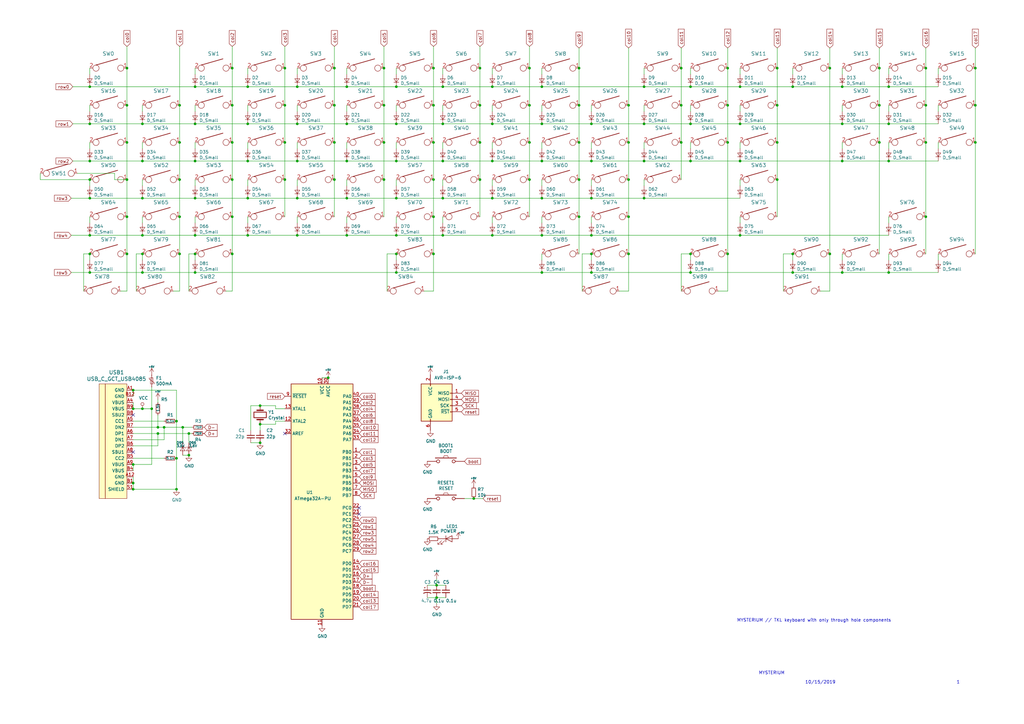
<source format=kicad_sch>
(kicad_sch (version 20211123) (generator eeschema)
  (paper "A3")
  (junction (at 77.47 186.69))
  (junction (at 142.24 35.56))
  (junction (at 318.77 27.94))
  (junction (at 242.57 81.28))
  (junction (at 58.42 111.76))
  (junction (at 364.49 50.8))
  (junction (at 217.17 27.94))
  (junction (at 121.92 96.52))
  (junction (at 257.81 58.42))
  (junction (at 177.8 104.14))
  (junction (at 177.8 58.42))
  (junction (at 142.24 66.04))
  (junction (at 80.01 96.52))
  (junction (at 101.6 35.56))
  (junction (at 162.56 50.8))
  (junction (at 121.92 66.04))
  (junction (at 121.92 50.8))
  (junction (at 162.56 96.52))
  (junction (at 283.21 50.8))
  (junction (at 222.25 111.76))
  (junction (at 400.05 58.42))
  (junction (at 360.68 58.42))
  (junction (at 101.6 50.8))
  (junction (at 142.24 50.8))
  (junction (at 101.6 81.28))
  (junction (at 95.25 88.9))
  (junction (at 303.53 50.8))
  (junction (at 64.77 177.8))
  (junction (at 340.36 104.14))
  (junction (at 58.42 104.14))
  (junction (at 264.16 66.04))
  (junction (at 181.61 35.56))
  (junction (at 36.83 104.14))
  (junction (at 283.21 104.14))
  (junction (at 116.84 73.66))
  (junction (at 54.61 198.12))
  (junction (at 201.93 96.52))
  (junction (at 237.49 88.9))
  (junction (at 340.36 27.94))
  (junction (at 217.17 58.42))
  (junction (at 162.56 35.56))
  (junction (at 181.61 50.8))
  (junction (at 36.83 73.66))
  (junction (at 162.56 66.04))
  (junction (at 157.48 27.94))
  (junction (at 201.93 50.8))
  (junction (at 52.07 27.94))
  (junction (at 303.53 96.52))
  (junction (at 379.73 88.9))
  (junction (at 283.21 35.56))
  (junction (at 257.81 104.14))
  (junction (at 237.49 58.42))
  (junction (at 80.01 81.28))
  (junction (at 364.49 111.76))
  (junction (at 62.23 167.64))
  (junction (at 58.42 50.8))
  (junction (at 58.42 66.04))
  (junction (at 162.56 111.76))
  (junction (at 58.42 81.28))
  (junction (at 194.31 204.47))
  (junction (at 162.56 81.28))
  (junction (at 318.77 43.18))
  (junction (at 80.01 66.04))
  (junction (at 181.61 96.52))
  (junction (at 379.73 27.94))
  (junction (at 95.25 58.42))
  (junction (at 217.17 73.66))
  (junction (at 201.93 81.28))
  (junction (at 283.21 111.76))
  (junction (at 345.44 35.56))
  (junction (at 73.66 43.18))
  (junction (at 196.85 43.18))
  (junction (at 325.12 104.14))
  (junction (at 137.16 43.18))
  (junction (at 36.83 35.56))
  (junction (at 72.39 187.96))
  (junction (at 196.85 73.66))
  (junction (at 52.07 73.66))
  (junction (at 364.49 66.04))
  (junction (at 77.47 177.8))
  (junction (at 137.16 73.66))
  (junction (at 116.84 58.42))
  (junction (at 196.85 27.94))
  (junction (at 237.49 43.18))
  (junction (at 52.07 104.14))
  (junction (at 364.49 35.56))
  (junction (at 67.31 175.26))
  (junction (at 54.61 200.66))
  (junction (at 242.57 111.76))
  (junction (at 237.49 73.66))
  (junction (at 36.83 96.52))
  (junction (at 137.16 58.42))
  (junction (at 222.25 81.28))
  (junction (at 257.81 73.66))
  (junction (at 283.21 66.04))
  (junction (at 222.25 66.04))
  (junction (at 73.66 104.14))
  (junction (at 95.25 27.94))
  (junction (at 201.93 66.04))
  (junction (at 52.07 88.9))
  (junction (at 279.4 58.42))
  (junction (at 106.68 173.99))
  (junction (at 242.57 50.8))
  (junction (at 196.85 58.42))
  (junction (at 222.25 96.52))
  (junction (at 95.25 43.18))
  (junction (at 64.77 175.26))
  (junction (at 318.77 58.42))
  (junction (at 116.84 27.94))
  (junction (at 80.01 50.8))
  (junction (at 298.45 43.18))
  (junction (at 298.45 27.94))
  (junction (at 179.07 240.03))
  (junction (at 95.25 104.14))
  (junction (at 106.68 181.61))
  (junction (at 72.39 200.66))
  (junction (at 36.83 81.28))
  (junction (at 177.8 27.94))
  (junction (at 279.4 27.94))
  (junction (at 222.25 50.8))
  (junction (at 101.6 66.04))
  (junction (at 345.44 111.76))
  (junction (at 400.05 43.18))
  (junction (at 157.48 43.18))
  (junction (at 264.16 50.8))
  (junction (at 201.93 35.56))
  (junction (at 52.07 43.18))
  (junction (at 121.92 81.28))
  (junction (at 222.25 35.56))
  (junction (at 101.6 96.52))
  (junction (at 73.66 58.42))
  (junction (at 242.57 104.14))
  (junction (at 264.16 81.28))
  (junction (at 360.68 27.94))
  (junction (at 303.53 66.04))
  (junction (at 257.81 88.9))
  (junction (at 58.42 167.64))
  (junction (at 73.66 88.9))
  (junction (at 72.39 172.72))
  (junction (at 242.57 96.52))
  (junction (at 179.07 245.11))
  (junction (at 217.17 43.18))
  (junction (at 54.61 190.5))
  (junction (at 379.73 58.42))
  (junction (at 279.4 43.18))
  (junction (at 121.92 35.56))
  (junction (at 36.83 66.04))
  (junction (at 80.01 104.14))
  (junction (at 181.61 66.04))
  (junction (at 298.45 104.14))
  (junction (at 298.45 58.42))
  (junction (at 157.48 58.42))
  (junction (at 177.8 88.9))
  (junction (at 73.66 73.66))
  (junction (at 36.83 111.76))
  (junction (at 58.42 96.52))
  (junction (at 242.57 66.04))
  (junction (at 325.12 111.76))
  (junction (at 116.84 43.18))
  (junction (at 137.16 27.94))
  (junction (at 80.01 111.76))
  (junction (at 325.12 35.56))
  (junction (at 237.49 27.94))
  (junction (at 303.53 35.56))
  (junction (at 74.93 175.26))
  (junction (at 360.68 43.18))
  (junction (at 142.24 81.28))
  (junction (at 134.62 154.94))
  (junction (at 264.16 35.56))
  (junction (at 257.81 43.18))
  (junction (at 157.48 73.66))
  (junction (at 106.68 166.37))
  (junction (at 54.61 167.64))
  (junction (at 345.44 50.8))
  (junction (at 54.61 160.02))
  (junction (at 318.77 73.66))
  (junction (at 379.73 43.18))
  (junction (at 177.8 73.66))
  (junction (at 95.25 73.66))
  (junction (at 36.83 50.8))
  (junction (at 345.44 66.04))
  (junction (at 181.61 81.28))
  (junction (at 80.01 35.56))
  (junction (at 400.05 27.94))
  (junction (at 177.8 43.18))
  (junction (at 162.56 104.14))
  (junction (at 142.24 96.52))
  (junction (at 52.07 58.42))
  (no_connect (at 147.32 208.28))
  (no_connect (at 54.61 170.18))
  (no_connect (at 116.84 177.8))
  (no_connect (at 147.32 210.82))
  (no_connect (at 54.61 185.42))
  (wire (pts (xy 80.01 45.72) (xy 80.01 43.18)))
  (wire (pts (xy 177.8 104.14) (xy 177.8 119.38)))
  (wire (pts (xy 181.61 66.04) (xy 201.93 66.04)))
  (wire (pts (xy 162.56 81.28) (xy 181.61 81.28)))
  (wire (pts (xy 101.6 35.56) (xy 121.92 35.56)))
  (wire (pts (xy 179.07 245.11) (xy 179.07 247.65)))
  (wire (pts (xy 196.85 73.66) (xy 196.85 88.9)))
  (wire (pts (xy 222.25 91.44) (xy 222.25 88.9)))
  (wire (pts (xy 52.07 119.38) (xy 49.53 119.38)))
  (wire (pts (xy 74.93 175.26) (xy 78.74 175.26)))
  (wire (pts (xy 36.83 88.9) (xy 36.83 91.44)))
  (wire (pts (xy 54.61 175.26) (xy 64.77 175.26)))
  (wire (pts (xy 181.61 35.56) (xy 201.93 35.56)))
  (wire (pts (xy 279.4 104.14) (xy 279.4 119.38)))
  (wire (pts (xy 36.83 96.52) (xy 58.42 96.52)))
  (wire (pts (xy 67.31 175.26) (xy 67.31 180.34)))
  (wire (pts (xy 222.25 45.72) (xy 222.25 43.18)))
  (wire (pts (xy 217.17 88.9) (xy 217.17 73.66)))
  (wire (pts (xy 142.24 35.56) (xy 162.56 35.56)))
  (wire (pts (xy 64.77 177.8) (xy 77.47 177.8)))
  (wire (pts (xy 325.12 106.68) (xy 325.12 104.14)))
  (wire (pts (xy 58.42 81.28) (xy 80.01 81.28)))
  (wire (pts (xy 360.68 27.94) (xy 360.68 43.18)))
  (wire (pts (xy 318.77 27.94) (xy 318.77 43.18)))
  (wire (pts (xy 101.6 76.2) (xy 101.6 73.66)))
  (wire (pts (xy 325.12 35.56) (xy 345.44 35.56)))
  (wire (pts (xy 80.01 35.56) (xy 101.6 35.56)))
  (wire (pts (xy 36.83 81.28) (xy 58.42 81.28)))
  (wire (pts (xy 283.21 106.68) (xy 283.21 104.14)))
  (wire (pts (xy 179.07 240.03) (xy 179.07 237.49)))
  (wire (pts (xy 345.44 111.76) (xy 325.12 111.76)))
  (wire (pts (xy 95.25 27.94) (xy 95.25 19.05)))
  (wire (pts (xy 201.93 35.56) (xy 222.25 35.56)))
  (wire (pts (xy 72.39 187.96) (xy 72.39 200.66)))
  (wire (pts (xy 222.25 50.8) (xy 242.57 50.8)))
  (wire (pts (xy 340.36 27.94) (xy 340.36 104.14)))
  (wire (pts (xy 222.25 81.28) (xy 242.57 81.28)))
  (wire (pts (xy 283.21 50.8) (xy 303.53 50.8)))
  (wire (pts (xy 54.61 172.72) (xy 67.31 172.72)))
  (wire (pts (xy 36.83 50.8) (xy 58.42 50.8)))
  (wire (pts (xy 121.92 45.72) (xy 121.92 43.18)))
  (wire (pts (xy 72.39 160.02) (xy 72.39 172.72)))
  (wire (pts (xy 95.25 73.66) (xy 95.25 58.42)))
  (wire (pts (xy 121.92 30.48) (xy 121.92 27.94)))
  (wire (pts (xy 158.75 104.14) (xy 158.75 119.38)))
  (wire (pts (xy 364.49 30.48) (xy 364.49 27.94)))
  (wire (pts (xy 101.6 81.28) (xy 121.92 81.28)))
  (wire (pts (xy 298.45 19.685) (xy 298.45 27.94)))
  (wire (pts (xy 67.31 180.34) (xy 54.61 180.34)))
  (wire (pts (xy 101.6 96.52) (xy 121.92 96.52)))
  (wire (pts (xy 36.83 111.76) (xy 29.21 111.76)))
  (wire (pts (xy 242.57 76.2) (xy 242.57 73.66)))
  (wire (pts (xy 384.81 45.72) (xy 384.81 43.18)))
  (wire (pts (xy 217.17 58.42) (xy 217.17 43.18)))
  (wire (pts (xy 177.8 43.18) (xy 177.8 27.94)))
  (wire (pts (xy 157.48 73.66) (xy 157.48 88.9)))
  (wire (pts (xy 142.24 60.96) (xy 142.24 58.42)))
  (wire (pts (xy 201.93 30.48) (xy 201.93 27.94)))
  (wire (pts (xy 80.01 76.2) (xy 80.01 73.66)))
  (wire (pts (xy 264.16 76.2) (xy 264.16 73.66)))
  (wire (pts (xy 345.44 30.48) (xy 345.44 27.94)))
  (wire (pts (xy 237.49 43.18) (xy 237.49 58.42)))
  (wire (pts (xy 162.56 104.14) (xy 158.75 104.14)))
  (wire (pts (xy 54.61 160.02) (xy 72.39 160.02)))
  (wire (pts (xy 55.88 104.14) (xy 55.88 119.38)))
  (wire (pts (xy 116.84 73.66) (xy 116.84 88.9)))
  (wire (pts (xy 242.57 91.44) (xy 242.57 88.9)))
  (wire (pts (xy 242.57 66.04) (xy 264.16 66.04)))
  (wire (pts (xy 177.8 88.9) (xy 177.8 73.66)))
  (wire (pts (xy 303.53 60.96) (xy 303.53 58.42)))
  (wire (pts (xy 181.61 50.8) (xy 201.93 50.8)))
  (wire (pts (xy 106.68 166.37) (xy 102.87 166.37)))
  (wire (pts (xy 384.81 30.48) (xy 384.81 27.94)))
  (wire (pts (xy 360.68 43.18) (xy 360.68 58.42)))
  (wire (pts (xy 222.25 35.56) (xy 264.16 35.56)))
  (wire (pts (xy 298.45 43.18) (xy 298.45 58.42)))
  (wire (pts (xy 257.81 43.18) (xy 257.81 19.685)))
  (wire (pts (xy 201.93 81.28) (xy 222.25 81.28)))
  (wire (pts (xy 283.21 66.04) (xy 303.53 66.04)))
  (wire (pts (xy 64.77 182.88) (xy 54.61 182.88)))
  (wire (pts (xy 52.07 58.42) (xy 52.07 73.66)))
  (wire (pts (xy 54.61 200.66) (xy 72.39 200.66)))
  (wire (pts (xy 283.21 35.56) (xy 303.53 35.56)))
  (wire (pts (xy 283.21 30.48) (xy 283.21 27.94)))
  (wire (pts (xy 201.93 50.8) (xy 222.25 50.8)))
  (wire (pts (xy 222.25 96.52) (xy 242.57 96.52)))
  (wire (pts (xy 325.12 30.48) (xy 325.12 27.94)))
  (wire (pts (xy 73.66 73.66) (xy 73.66 88.9)))
  (wire (pts (xy 102.87 181.61) (xy 106.68 181.61)))
  (wire (pts (xy 64.77 175.26) (xy 64.77 170.18)))
  (wire (pts (xy 74.93 175.26) (xy 74.93 181.61)))
  (wire (pts (xy 345.44 66.04) (xy 364.49 66.04)))
  (wire (pts (xy 95.25 88.9) (xy 95.25 73.66)))
  (wire (pts (xy 237.49 27.94) (xy 237.49 43.18)))
  (wire (pts (xy 364.49 91.44) (xy 364.49 88.9)))
  (wire (pts (xy 116.84 58.42) (xy 116.84 73.66)))
  (wire (pts (xy 237.49 19.685) (xy 237.49 27.94)))
  (wire (pts (xy 121.92 50.8) (xy 142.24 50.8)))
  (wire (pts (xy 36.83 81.28) (xy 29.21 81.28)))
  (wire (pts (xy 64.77 177.8) (xy 64.77 182.88)))
  (wire (pts (xy 102.87 166.37) (xy 102.87 176.53)))
  (wire (pts (xy 106.68 166.37) (xy 113.03 166.37)))
  (wire (pts (xy 298.45 104.14) (xy 298.45 119.38)))
  (wire (pts (xy 58.42 104.14) (xy 55.88 104.14)))
  (wire (pts (xy 303.53 76.2) (xy 303.53 73.66)))
  (wire (pts (xy 36.83 27.94) (xy 36.83 30.48)))
  (wire (pts (xy 340.36 119.38) (xy 336.55 119.38)))
  (wire (pts (xy 73.66 58.42) (xy 73.66 73.66)))
  (wire (pts (xy 142.24 50.8) (xy 162.56 50.8)))
  (wire (pts (xy 80.01 91.44) (xy 80.01 88.9)))
  (wire (pts (xy 201.93 66.04) (xy 222.25 66.04)))
  (wire (pts (xy 384.81 60.96) (xy 384.81 58.42)))
  (wire (pts (xy 132.08 154.94) (xy 134.62 154.94)))
  (wire (pts (xy 264.16 81.28) (xy 303.53 81.28)))
  (wire (pts (xy 283.21 111.76) (xy 242.57 111.76)))
  (wire (pts (xy 52.07 88.9) (xy 52.07 104.14)))
  (wire (pts (xy 364.49 50.8) (xy 384.81 50.8)))
  (wire (pts (xy 279.4 43.18) (xy 279.4 58.42)))
  (wire (pts (xy 137.16 58.42) (xy 137.16 43.18)))
  (wire (pts (xy 257.81 58.42) (xy 257.81 43.18)))
  (wire (pts (xy 201.93 76.2) (xy 201.93 73.66)))
  (wire (pts (xy 242.57 60.96) (xy 242.57 58.42)))
  (wire (pts (xy 36.83 50.8) (xy 29.845 50.8)))
  (wire (pts (xy 58.42 50.8) (xy 80.01 50.8)))
  (wire (pts (xy 298.45 58.42) (xy 298.45 104.14)))
  (wire (pts (xy 52.07 27.94) (xy 52.07 43.18)))
  (wire (pts (xy 181.61 60.96) (xy 181.61 58.42)))
  (wire (pts (xy 52.07 104.14) (xy 52.07 119.38)))
  (wire (pts (xy 121.92 91.44) (xy 121.92 88.9)))
  (wire (pts (xy 16.51 73.66) (xy 16.51 71.12)))
  (wire (pts (xy 345.44 45.72) (xy 345.44 43.18)))
  (wire (pts (xy 137.16 88.9) (xy 137.16 73.66)))
  (wire (pts (xy 400.05 58.42) (xy 400.05 104.14)))
  (wire (pts (xy 121.92 66.04) (xy 142.24 66.04)))
  (wire (pts (xy 222.25 106.68) (xy 222.25 104.14)))
  (wire (pts (xy 95.25 104.14) (xy 95.25 88.9)))
  (wire (pts (xy 54.61 187.96) (xy 67.31 187.96)))
  (wire (pts (xy 58.42 111.76) (xy 36.83 111.76)))
  (wire (pts (xy 238.76 104.14) (xy 238.76 119.38)))
  (wire (pts (xy 340.36 104.14) (xy 340.36 119.38)))
  (wire (pts (xy 181.61 91.44) (xy 181.61 88.9)))
  (wire (pts (xy 303.53 50.8) (xy 345.44 50.8)))
  (wire (pts (xy 36.83 35.56) (xy 29.845 35.56)))
  (wire (pts (xy 137.16 73.66) (xy 137.16 58.42)))
  (wire (pts (xy 217.17 27.94) (xy 217.17 19.05)))
  (wire (pts (xy 264.16 60.96) (xy 264.16 58.42)))
  (wire (pts (xy 36.83 106.68) (xy 36.83 104.14)))
  (wire (pts (xy 364.49 111.76) (xy 345.44 111.76)))
  (wire (pts (xy 62.23 167.64) (xy 62.23 158.75)))
  (wire (pts (xy 318.77 43.18) (xy 318.77 58.42)))
  (wire (pts (xy 142.24 96.52) (xy 162.56 96.52)))
  (wire (pts (xy 73.66 104.14) (xy 73.66 119.38)))
  (wire (pts (xy 116.84 43.18) (xy 116.84 58.42)))
  (wire (pts (xy 113.03 167.64) (xy 116.84 167.64)))
  (wire (pts (xy 242.57 81.28) (xy 264.16 81.28)))
  (wire (pts (xy 222.25 111.76) (xy 162.56 111.76)))
  (wire (pts (xy 54.61 195.58) (xy 54.61 198.12)))
  (wire (pts (xy 384.81 106.68) (xy 384.81 104.14)))
  (wire (pts (xy 242.57 106.68) (xy 242.57 104.14)))
  (wire (pts (xy 198.12 204.47) (xy 194.31 204.47)))
  (wire (pts (xy 52.07 27.94) (xy 52.07 19.05)))
  (wire (pts (xy 95.25 119.38) (xy 92.71 119.38)))
  (wire (pts (xy 121.92 96.52) (xy 142.24 96.52)))
  (wire (pts (xy 201.93 96.52) (xy 222.25 96.52)))
  (wire (pts (xy 181.61 45.72) (xy 181.61 43.18)))
  (wire (pts (xy 279.4 27.94) (xy 279.4 43.18)))
  (wire (pts (xy 217.17 43.18) (xy 217.17 27.94)))
  (wire (pts (xy 298.45 119.38) (xy 294.64 119.38)))
  (wire (pts (xy 54.61 198.12) (xy 54.61 200.66)))
  (wire (pts (xy 162.56 60.96) (xy 162.56 58.42)))
  (wire (pts (xy 345.44 50.8) (xy 364.49 50.8)))
  (wire (pts (xy 36.83 104.14) (xy 34.29 104.14)))
  (wire (pts (xy 257.81 104.14) (xy 257.81 119.38)))
  (wire (pts (xy 121.92 60.96) (xy 121.92 58.42)))
  (wire (pts (xy 222.25 60.96) (xy 222.25 58.42)))
  (wire (pts (xy 283.21 104.14) (xy 279.4 104.14)))
  (wire (pts (xy 257.81 119.38) (xy 254 119.38)))
  (wire (pts (xy 177.8 73.66) (xy 177.8 58.42)))
  (wire (pts (xy 264.16 30.48) (xy 264.16 27.94)))
  (wire (pts (xy 52.07 43.18) (xy 52.07 58.42)))
  (wire (pts (xy 36.83 66.04) (xy 58.42 66.04)))
  (wire (pts (xy 217.17 73.66) (xy 217.17 58.42)))
  (wire (pts (xy 101.6 50.8) (xy 121.92 50.8)))
  (wire (pts (xy 345.44 60.96) (xy 345.44 58.42)))
  (wire (pts (xy 116.84 27.94) (xy 116.84 43.18)))
  (wire (pts (xy 77.47 177.8) (xy 78.74 177.8)))
  (wire (pts (xy 345.44 35.56) (xy 364.49 35.56)))
  (wire (pts (xy 157.48 58.42) (xy 157.48 73.66)))
  (wire (pts (xy 113.03 173.99) (xy 113.03 172.72)))
  (wire (pts (xy 196.85 58.42) (xy 196.85 73.66)))
  (wire (pts (xy 162.56 50.8) (xy 181.61 50.8)))
  (wire (pts (xy 201.93 45.72) (xy 201.93 43.18)))
  (wire (pts (xy 242.57 45.72) (xy 242.57 43.18)))
  (wire (pts (xy 62.23 190.5) (xy 54.61 190.5)))
  (wire (pts (xy 179.07 240.03) (xy 182.88 240.03)))
  (wire (pts (xy 157.48 27.94) (xy 157.48 43.18)))
  (wire (pts (xy 95.25 43.18) (xy 95.25 27.94)))
  (wire (pts (xy 400.05 27.94) (xy 400.05 43.18)))
  (wire (pts (xy 46.99 73.66) (xy 46.99 71.12)))
  (wire (pts (xy 137.16 43.18) (xy 137.16 27.94)))
  (wire (pts (xy 54.61 177.8) (xy 64.77 177.8)))
  (wire (pts (xy 279.4 27.94) (xy 279.4 19.685)))
  (wire (pts (xy 279.4 58.42) (xy 279.4 73.66)))
  (wire (pts (xy 80.01 60.96) (xy 80.01 58.42)))
  (wire (pts (xy 196.85 27.94) (xy 196.85 43.18)))
  (wire (pts (xy 142.24 30.48) (xy 142.24 27.94)))
  (wire (pts (xy 345.44 106.68) (xy 345.44 104.14)))
  (wire (pts (xy 379.73 58.42) (xy 379.73 43.18)))
  (wire (pts (xy 58.42 106.68) (xy 58.42 104.14)))
  (wire (pts (xy 67.31 175.26) (xy 74.93 175.26)))
  (wire (pts (xy 101.6 66.04) (xy 121.92 66.04)))
  (wire (pts (xy 325.12 104.14) (xy 321.31 104.14)))
  (wire (pts (xy 142.24 81.28) (xy 162.56 81.28)))
  (wire (pts (xy 58.42 45.72) (xy 58.42 43.18)))
  (wire (pts (xy 80.01 106.68) (xy 80.01 104.14)))
  (wire (pts (xy 58.42 66.04) (xy 80.01 66.04)))
  (wire (pts (xy 364.49 106.68) (xy 364.49 104.14)))
  (wire (pts (xy 80.01 30.48) (xy 80.01 27.94)))
  (wire (pts (xy 101.6 60.96) (xy 101.6 58.42)))
  (wire (pts (xy 257.81 88.9) (xy 257.81 73.66)))
  (wire (pts (xy 64.77 175.26) (xy 67.31 175.26)))
  (wire (pts (xy 54.61 165.1) (xy 54.61 167.64)))
  (wire (pts (xy 242.57 111.76) (xy 222.25 111.76)))
  (wire (pts (xy 121.92 81.28) (xy 142.24 81.28)))
  (wire (pts (xy 162.56 96.52) (xy 181.61 96.52)))
  (wire (pts (xy 64.77 165.1) (xy 64.77 163.83)))
  (wire (pts (xy 303.53 66.04) (xy 345.44 66.04)))
  (wire (pts (xy 58.42 76.2) (xy 58.42 73.66)))
  (wire (pts (xy 95.25 104.14) (xy 95.25 119.38)))
  (wire (pts (xy 303.53 91.44) (xy 303.53 88.9)))
  (wire (pts (xy 142.24 76.2) (xy 142.24 73.66)))
  (wire (pts (xy 72.39 172.72) (xy 72.39 187.96)))
  (wire (pts (xy 384.81 111.76) (xy 364.49 111.76)))
  (wire (pts (xy 162.56 111.76) (xy 80.01 111.76)))
  (wire (pts (xy 77.47 104.14) (xy 77.47 119.38)))
  (wire (pts (xy 196.85 27.94) (xy 196.85 19.05)))
  (wire (pts (xy 364.49 45.72) (xy 364.49 43.18)))
  (wire (pts (xy 142.24 91.44) (xy 142.24 88.9)))
  (wire (pts (xy 242.57 104.14) (xy 238.76 104.14)))
  (wire (pts (xy 196.85 43.18) (xy 196.85 58.42)))
  (wire (pts (xy 364.49 60.96) (xy 364.49 58.42)))
  (wire (pts (xy 303.53 96.52) (xy 364.49 96.52)))
  (wire (pts (xy 52.07 73.66) (xy 46.99 73.66)))
  (wire (pts (xy 318.77 73.66) (xy 318.77 88.9)))
  (wire (pts (xy 201.93 91.44) (xy 201.93 88.9)))
  (wire (pts (xy 142.24 66.04) (xy 162.56 66.04)))
  (wire (pts (xy 80.01 104.14) (xy 77.47 104.14)))
  (wire (pts (xy 162.56 35.56) (xy 181.61 35.56)))
  (wire (pts (xy 222.25 76.2) (xy 222.25 73.66)))
  (wire (pts (xy 162.56 106.68) (xy 162.56 104.14)))
  (wire (pts (xy 303.53 30.48) (xy 303.53 27.94)))
  (wire (pts (xy 137.16 27.94) (xy 137.16 19.05)))
  (wire (pts (xy 116.84 27.94) (xy 116.84 19.05)))
  (wire (pts (xy 283.21 60.96) (xy 283.21 58.42)))
  (wire (pts (xy 177.8 27.94) (xy 177.8 19.05)))
  (wire (pts (xy 58.42 91.44) (xy 58.42 88.9)))
  (wire (pts (xy 242.57 50.8) (xy 264.16 50.8)))
  (wire (pts (xy 379.73 27.94) (xy 379.73 19.685)))
  (wire (pts (xy 257.81 73.66) (xy 257.81 58.42)))
  (wire (pts (xy 181.61 76.2) (xy 181.61 73.66)))
  (wire (pts (xy 36.83 73.66) (xy 16.51 73.66)))
  (wire (pts (xy 73.66 88.9) (xy 73.66 104.14)))
  (wire (pts (xy 257.81 104.14) (xy 257.81 88.9)))
  (wire (pts (xy 36.83 73.66) (xy 36.83 76.2)))
  (wire (pts (xy 222.25 30.48) (xy 222.25 27.94)))
  (wire (pts (xy 54.61 167.64) (xy 58.42 167.64)))
  (wire (pts (xy 162.56 66.04) (xy 181.61 66.04)))
  (wire (pts (xy 54.61 162.56) (xy 54.61 160.02)))
  (wire (pts (xy 360.68 27.94) (xy 360.68 19.685)))
  (wire (pts (xy 162.56 91.44) (xy 162.56 88.9)))
  (wire (pts (xy 177.8 104.14) (xy 177.8 88.9)))
  (wire (pts (xy 222.25 66.04) (xy 242.57 66.04)))
  (wire (pts (xy 74.93 186.69) (xy 77.47 186.69)))
  (wire (pts (xy 95.25 58.42) (xy 95.25 43.18)))
  (wire (pts (xy 106.68 173.99) (xy 106.68 176.53)))
  (wire (pts (xy 121.92 76.2) (xy 121.92 73.66)))
  (wire (pts (xy 80.01 96.52) (xy 101.6 96.52)))
  (wire (pts (xy 364.49 66.04) (xy 384.81 66.04)))
  (wire (pts (xy 121.92 35.56) (xy 142.24 35.56)))
  (wire (pts (xy 101.6 45.72) (xy 101.6 43.18)))
  (wire (pts (xy 400.05 43.18) (xy 400.05 58.42)))
  (wire (pts (xy 73.66 119.38) (xy 71.12 119.38)))
  (wire (pts (xy 175.26 245.11) (xy 179.07 245.11)))
  (wire (pts (xy 237.49 88.9) (xy 237.49 104.14)))
  (wire (pts (xy 264.16 45.72) (xy 264.16 43.18)))
  (wire (pts (xy 181.61 96.52) (xy 201.93 96.52)))
  (wire (pts (xy 62.23 167.64) (xy 62.23 190.5)))
  (wire (pts (xy 340.36 27.94) (xy 340.36 19.685)))
  (wire (pts (xy 360.68 58.42) (xy 360.68 104.14)))
  (wire (pts (xy 194.31 204.47) (xy 190.5 204.47)))
  (wire (pts (xy 101.6 91.44) (xy 101.6 88.9)))
  (wire (pts (xy 283.21 45.72) (xy 283.21 43.18)))
  (wire (pts (xy 36.83 96.52) (xy 29.21 96.52)))
  (wire (pts (xy 318.77 58.42) (xy 318.77 73.66)))
  (wire (pts (xy 177.8 119.38) (xy 173.99 119.38)))
  (wire (pts (xy 400.05 27.94) (xy 400.05 19.685)))
  (wire (pts (xy 54.61 193.04) (xy 54.61 190.5)))
  (wire (pts (xy 80.01 111.76) (xy 58.42 111.76)))
  (wire (pts (xy 264.16 35.56) (xy 283.21 35.56)))
  (wire (pts (xy 157.48 43.18) (xy 157.48 58.42)))
  (wire (pts (xy 113.03 166.37) (xy 113.03 167.64)))
  (wire (pts (xy 177.8 58.42) (xy 177.8 43.18)))
  (wire (pts (xy 80.01 81.28) (xy 101.6 81.28)))
  (wire (pts (xy 175.26 240.03) (xy 179.07 240.03)))
  (wire (pts (xy 264.16 66.04) (xy 283.21 66.04)))
  (wire (pts (xy 36.83 58.42) (xy 36.83 60.96)))
  (wire (pts (xy 298.45 27.94) (xy 298.45 43.18)))
  (wire (pts (xy 36.83 35.56) (xy 80.01 35.56)))
  (wire (pts (xy 181.61 30.48) (xy 181.61 27.94)))
  (wire (pts (xy 34.29 104.14) (xy 34.29 119.38)))
  (wire (pts (xy 318.77 27.94) (xy 318.77 19.685)))
  (wire (pts (xy 201.93 60.96) (xy 201.93 58.42)))
  (wire (pts (xy 237.49 58.42) (xy 237.49 73.66)))
  (wire (pts (xy 36.83 66.04) (xy 29.845 66.04)))
  (wire (pts (xy 379.73 104.14) (xy 379.73 88.9)))
  (wire (pts (xy 58.42 96.52) (xy 80.01 96.52)))
  (wire (pts (xy 106.68 173.99) (xy 113.03 173.99)))
  (wire (pts (xy 364.49 35.56) (xy 384.81 35.56)))
  (wire (pts (xy 73.66 43.18) (xy 73.66 58.42)))
  (wire (pts (xy 142.24 45.72) (xy 142.24 43.18)))
  (wire (pts (xy 73.66 43.18) (xy 73.66 19.05)))
  (wire (pts (xy 58.42 167.64) (xy 62.23 167.64)))
  (wire (pts (xy 181.61 81.28) (xy 201.93 81.28)))
  (wire (pts (xy 80.01 50.8) (xy 101.6 50.8)))
  (wire (pts (xy 264.16 50.8) (xy 283.21 50.8)))
  (wire (pts (xy 52.07 73.66) (xy 52.07 88.9)))
  (wire (pts (xy 303.53 45.72) (xy 303.53 43.18)))
  (wire (pts (xy 321.31 104.14) (xy 321.31 119.38)))
  (wire (pts (xy 179.07 245.11) (xy 182.88 245.11)))
  (wire (pts (xy 58.42 60.96) (xy 58.42 58.42)))
  (wire (pts (xy 77.47 177.8) (xy 77.47 181.61)))
  (wire (pts (xy 162.56 45.72) (xy 162.56 43.18)))
  (wire (pts (xy 303.53 35.56) (xy 325.12 35.56)))
  (wire (pts (xy 36.83 43.18) (xy 36.83 45.72)))
  (wire (pts (xy 237.49 73.66) (xy 237.49 88.9)))
  (wire (pts (xy 162.56 76.2) (xy 162.56 73.66)))
  (wire (pts (xy 80.01 66.04) (xy 101.6 66.04)))
  (wire (pts (xy 46.99 71.12) (xy 31.75 71.12)))
  (wire (pts (xy 162.56 30.48) (xy 162.56 27.94)))
  (wire (pts (xy 325.12 111.76) (xy 283.21 111.76)))
  (wire (pts (xy 242.57 96.52) (xy 303.53 96.52)))
  (wire (pts (xy 379.73 43.18) (xy 379.73 27.94)))
  (wire (pts (xy 157.48 27.94) (xy 157.48 19.05)))
  (wire (pts (xy 113.03 172.72) (xy 116.84 172.72)))
  (wire (pts (xy 379.73 88.9) (xy 379.73 58.42)))
  (wire (pts (xy 101.6 30.48) (xy 101.6 27.94)))
  (text "10/15/2019" (at 330.2 280.67 0) (effects (font (size 1.27 1.27)) (justify left bottom)))
  (text "MYSTERIUM // TKL keyboard with only through hole components" (at 302.26 255.27 0) (effects (font (size 1.27 1.27)) (justify left bottom)))
  (text "MYSTERIUM" (at 311.15 276.86 0) (effects (font (size 1.27 1.27)) (justify left bottom)))
  (text "1" (at 393.7 280.67 180) (effects (font (size 1.27 1.27)) (justify right bottom)))
  (global_label "MOSI" (shape input) (at 189.23 163.83 0) (property "Intersheet References" "${INTERSHEET_REFS}" (effects hide)))
  (global_label "row5" (shape input) (at 147.32 220.98 0) (property "Intersheet References" "${INTERSHEET_REFS}" (effects hide)))
  (global_label "col16" (shape input) (at 379.73 19.685 90) (property "Intersheet References" "${INTERSHEET_REFS}" (effects hide)))
  (global_label "col13" (shape input) (at 147.32 246.38 0) (property "Intersheet References" "${INTERSHEET_REFS}" (effects hide)))
  (global_label "col11" (shape input) (at 147.32 177.8 0) (property "Intersheet References" "${INTERSHEET_REFS}" (effects hide)))
  (global_label "col3" (shape input) (at 147.32 187.96 0) (property "Intersheet References" "${INTERSHEET_REFS}" (effects hide)))
  (global_label "col8" (shape input) (at 217.17 19.05 90) (property "Intersheet References" "${INTERSHEET_REFS}" (effects hide)))
  (global_label "boot" (shape input) (at 147.32 241.3 0) (property "Intersheet References" "${INTERSHEET_REFS}" (effects hide)))
  (global_label "row0" (shape input) (at 147.32 213.36 0) (property "Intersheet References" "${INTERSHEET_REFS}" (effects hide)))
  (global_label "col14" (shape input) (at 340.36 19.685 90) (property "Intersheet References" "${INTERSHEET_REFS}" (effects hide)))
  (global_label "SCK" (shape input) (at 147.32 203.2 0) (property "Intersheet References" "${INTERSHEET_REFS}" (effects hide)))
  (global_label "row2" (shape input) (at 147.32 226.06 0) (property "Intersheet References" "${INTERSHEET_REFS}" (effects hide)))
  (global_label "row4" (shape input) (at 29.21 96.52 180) (property "Intersheet References" "${INTERSHEET_REFS}" (effects hide)))
  (global_label "col0" (shape input) (at 147.32 162.56 0) (property "Intersheet References" "${INTERSHEET_REFS}" (effects hide)))
  (global_label "col9" (shape input) (at 237.49 19.685 90) (property "Intersheet References" "${INTERSHEET_REFS}" (effects hide)))
  (global_label "row1" (shape input) (at 147.32 215.9 0) (property "Intersheet References" "${INTERSHEET_REFS}" (effects hide)))
  (global_label "D+" (shape input) (at 147.32 236.22 0) (property "Intersheet References" "${INTERSHEET_REFS}" (effects hide)))
  (global_label "col15" (shape input) (at 147.32 233.68 0) (property "Intersheet References" "${INTERSHEET_REFS}" (effects hide)))
  (global_label "SCK" (shape input) (at 189.23 166.37 0) (property "Intersheet References" "${INTERSHEET_REFS}" (effects hide)))
  (global_label "boot" (shape input) (at 190.5 189.23 0) (property "Intersheet References" "${INTERSHEET_REFS}" (effects hide)))
  (global_label "MISO" (shape input) (at 147.32 200.66 0) (property "Intersheet References" "${INTERSHEET_REFS}" (effects hide)))
  (global_label "MISO" (shape input) (at 189.23 161.29 0) (property "Intersheet References" "${INTERSHEET_REFS}" (effects hide)))
  (global_label "col8" (shape input) (at 147.32 172.72 0) (property "Intersheet References" "${INTERSHEET_REFS}" (effects hide)))
  (global_label "col12" (shape input) (at 298.45 19.685 90) (property "Intersheet References" "${INTERSHEET_REFS}" (effects hide)))
  (global_label "col13" (shape input) (at 318.77 19.685 90) (property "Intersheet References" "${INTERSHEET_REFS}" (effects hide)))
  (global_label "col0" (shape input) (at 52.07 19.05 90) (property "Intersheet References" "${INTERSHEET_REFS}" (effects hide)))
  (global_label "reset" (shape input) (at 189.23 168.91 0) (property "Intersheet References" "${INTERSHEET_REFS}" (effects hide)))
  (global_label "col2" (shape input) (at 95.25 19.05 90) (property "Intersheet References" "${INTERSHEET_REFS}" (effects hide)))
  (global_label "D-" (shape input) (at 83.82 175.26 0) (property "Intersheet References" "${INTERSHEET_REFS}" (effects hide)))
  (global_label "col15" (shape input) (at 360.68 19.685 90) (property "Intersheet References" "${INTERSHEET_REFS}" (effects hide)))
  (global_label "col16" (shape input) (at 147.32 231.14 0) (property "Intersheet References" "${INTERSHEET_REFS}" (effects hide)))
  (global_label "row1" (shape input) (at 29.845 50.8 180) (property "Intersheet References" "${INTERSHEET_REFS}" (effects hide)))
  (global_label "col6" (shape input) (at 177.8 19.05 90) (property "Intersheet References" "${INTERSHEET_REFS}" (effects hide)))
  (global_label "col7" (shape input) (at 196.85 19.05 90) (property "Intersheet References" "${INTERSHEET_REFS}" (effects hide)))
  (global_label "col12" (shape input) (at 147.32 180.34 0) (property "Intersheet References" "${INTERSHEET_REFS}" (effects hide)))
  (global_label "row4" (shape input) (at 147.32 223.52 0) (property "Intersheet References" "${INTERSHEET_REFS}" (effects hide)))
  (global_label "col10" (shape input) (at 257.81 19.685 90) (property "Intersheet References" "${INTERSHEET_REFS}" (effects hide)))
  (global_label "col5" (shape input) (at 147.32 190.5 0) (property "Intersheet References" "${INTERSHEET_REFS}" (effects hide)))
  (global_label "reset" (shape input) (at 198.12 204.47 0) (property "Intersheet References" "${INTERSHEET_REFS}" (effects hide)))
  (global_label "col1" (shape input) (at 147.32 185.42 0) (property "Intersheet References" "${INTERSHEET_REFS}" (effects hide)))
  (global_label "col17" (shape input) (at 400.05 19.685 90) (property "Intersheet References" "${INTERSHEET_REFS}" (effects hide)))
  (global_label "row2" (shape input) (at 29.845 66.04 180) (property "Intersheet References" "${INTERSHEET_REFS}" (effects hide)))
  (global_label "col11" (shape input) (at 279.4 19.685 90) (property "Intersheet References" "${INTERSHEET_REFS}" (effects hide)))
  (global_label "col9" (shape input) (at 147.32 195.58 0) (property "Intersheet References" "${INTERSHEET_REFS}" (effects hide)))
  (global_label "D-" (shape input) (at 147.32 238.76 0) (property "Intersheet References" "${INTERSHEET_REFS}" (effects hide)))
  (global_label "col4" (shape input) (at 137.16 19.05 90) (property "Intersheet References" "${INTERSHEET_REFS}" (effects hide)))
  (global_label "col7" (shape input) (at 147.32 193.04 0) (property "Intersheet References" "${INTERSHEET_REFS}" (effects hide)))
  (global_label "reset" (shape input) (at 116.84 162.56 180) (property "Intersheet References" "${INTERSHEET_REFS}" (effects hide)))
  (global_label "row3" (shape input) (at 29.21 81.28 180) (property "Intersheet References" "${INTERSHEET_REFS}" (effects hide)))
  (global_label "col10" (shape input) (at 147.32 175.26 0) (property "Intersheet References" "${INTERSHEET_REFS}" (effects hide)))
  (global_label "col6" (shape input) (at 147.32 170.18 0) (property "Intersheet References" "${INTERSHEET_REFS}" (effects hide)))
  (global_label "row5" (shape input) (at 29.21 111.76 180) (property "Intersheet References" "${INTERSHEET_REFS}" (effects hide)))
  (global_label "col17" (shape input) (at 147.32 248.92 0) (property "Intersheet References" "${INTERSHEET_REFS}" (effects hide)))
  (global_label "row3" (shape input) (at 147.32 218.44 0) (property "Intersheet References" "${INTERSHEET_REFS}" (effects hide)))
  (global_label "col4" (shape input) (at 147.32 167.64 0) (property "Intersheet References" "${INTERSHEET_REFS}" (effects hide)))
  (global_label "col5" (shape input) (at 157.48 19.05 90) (property "Intersheet References" "${INTERSHEET_REFS}" (effects hide)))
  (global_label "row0" (shape input) (at 29.845 35.56 180) (property "Intersheet References" "${INTERSHEET_REFS}" (effects hide)))
  (global_label "col1" (shape input) (at 73.66 19.05 90) (property "Intersheet References" "${INTERSHEET_REFS}" (effects hide)))
  (global_label "D+" (shape input) (at 83.82 177.8 0) (property "Intersheet References" "${INTERSHEET_REFS}" (effects hide)))
  (global_label "col14" (shape input) (at 147.32 243.84 0) (property "Intersheet References" "${INTERSHEET_REFS}" (effects hide)))
  (global_label "MOSI" (shape input) (at 147.32 198.12 0) (property "Intersheet References" "${INTERSHEET_REFS}" (effects hide)))
  (global_label "col3" (shape input) (at 116.84 19.05 90) (property "Intersheet References" "${INTERSHEET_REFS}" (effects hide)))
  (global_label "col2" (shape input) (at 147.32 165.1 0) (property "Intersheet References" "${INTERSHEET_REFS}" (effects hide)))
  (symbol (lib_id "mysterium-pcb-rescue:R_Small-Device") (at 69.85 172.72 270) (unit 1)
    (property "Reference" "R1" (at 69.85 170.18 90))
    (property "Value" "5.1k" (at 69.85 172.72 90) (effects (font (size 0.9906 0.9906))))
    (property "Footprint" "cftkb:R_Axial_DIN0204_L3.6mm_D1.6mm_P7.62mm_Horizontal" (effects hide))
  )
  (symbol (lib_id "mysterium-pcb-rescue:R_Small-Device") (at 69.85 187.96 90) (unit 1)
    (property "Reference" "R2" (at 69.85 185.42 90))
    (property "Value" "5.1k" (at 69.85 187.96 90) (effects (font (size 0.9906 0.9906))))
    (property "Footprint" "cftkb:R_Axial_DIN0204_L3.6mm_D1.6mm_P7.62mm_Horizontal" (effects hide))
  )
  (symbol (lib_id "mysterium-pcb-rescue:USB_C_GCT_USB4085-Type-C") (at 52.07 179.07 0) (unit 1)
    (property "Reference" "USB1" (at 47.7774 152.7302 0) (effects (font (size 1.524 1.524))))
    (property "Value" "USB_C_GCT_USB4085" (at 47.7774 155.4226 0) (effects (font (size 1.524 1.524))))
    (property "Footprint" "cftkb:USB_C_GCT_USB4085" (effects hide))
  )
  (symbol (lib_id "mysterium-pcb-rescue:CP1_Small-Device") (at 175.26 242.57 0) (unit 1)
    (property "Reference" "C3" (at 173.99 238.76 0) (effects (justify left)))
    (property "Value" "4.7u" (at 172.72 246.38 0) (effects (justify left)))
    (property "Footprint" "cftkb:CP_Radial_D4.0mm_P1.50mm" (effects hide))
  )
  (symbol (lib_id "mysterium-pcb-rescue:C_Small-Device") (at 179.07 242.57 0) (unit 1)
    (property "Reference" "C4" (at 177.8 238.76 0) (effects (justify left)))
    (property "Value" "0.1u" (at 177.8 246.38 0) (effects (justify left)))
    (property "Footprint" "cftkb:C_Disc_D4.3mm_W1.9mm_P5.00mm" (effects hide))
  )
  (symbol (lib_id "mysterium-pcb-rescue:C_Small-Device") (at 182.88 242.57 0) (unit 1)
    (property "Reference" "C5" (at 181.61 238.76 0) (effects (justify left)))
    (property "Value" "0.1u" (at 182.88 246.38 0) (effects (justify left)))
    (property "Footprint" "cftkb:C_Disc_D4.3mm_W1.9mm_P5.00mm" (effects hide))
  )
  (symbol (lib_id "mysterium-pcb-rescue:ATmega32A-PU-MCU_Microchip_ATmega") (at 132.08 205.74 0) (unit 1)
    (property "Reference" "U1" (at 127 201.93 0))
    (property "Value" "ATmega32A-PU" (at 128.27 204.47 0))
    (property "Footprint" "cftkb:DIP-40_W15.24mm" (effects hide))
    (property "Datasheet" "http://ww1.microchip.com/downloads/en/DeviceDoc/atmel-8155-8-bit-microcontroller-avr-atmega32a_datasheet.pdf" (effects hide))
  )
  (symbol (lib_id "mysterium-pcb-rescue:D_Zener_Small-Device") (at 74.93 184.15 270) (unit 1)
    (property "Reference" "D95" (at 72.39 181.61 90) (effects (font (size 0.9906 0.9906)) (justify left)))
    (property "Value" "3.6V" (at 77.47 182.88 90) (effects (font (size 0.9906 0.9906)) (justify left)))
    (property "Footprint" "cftkb:D_DO-35_SOD27_P5.08mm_Horizontal" (effects hide))
  )
  (symbol (lib_id "mysterium-pcb-rescue:D_Zener_Small-Device") (at 77.47 184.15 270) (unit 1)
    (property "Reference" "D96" (at 77.47 181.61 90) (effects (font (size 0.9906 0.9906)) (justify left)))
    (property "Value" "3.6V" (at 72.39 182.88 90) (effects (font (size 0.9906 0.9906)) (justify left)))
    (property "Footprint" "cftkb:D_DO-35_SOD27_P5.08mm_Horizontal" (effects hide))
  )
  (symbol (lib_id "mysterium-pcb-rescue:SW_PUSH-keyboard_parts") (at 182.88 204.47 0) (unit 1)
    (property "Reference" "RESET1" (at 182.88 197.993 0))
    (property "Value" "RESET" (at 182.88 200.3044 0))
    (property "Footprint" "cftkb:SW_PUSH_6mm" (effects hide))
  )
  (symbol (lib_id "mysterium-pcb-rescue:+5V-power") (at 179.07 237.49 0) (unit 1)
    (property "Reference" "#PWR0111" (effects hide))
    (property "Value" "+5V" (at 178.9684 234.2388 0) (effects (font (size 0.762 0.762))))
  )
  (symbol (lib_id "mysterium-pcb-rescue:+5V-power") (at 134.62 154.94 0) (unit 1)
    (property "Reference" "#PWR0103" (effects hide))
    (property "Value" "+5V" (at 134.5184 151.6888 0) (effects (font (size 0.762 0.762))))
  )
  (symbol (lib_id "mysterium-pcb-rescue:GND-power") (at 132.08 256.54 0) (unit 1)
    (property "Reference" "#PWR0104" (effects hide))
    (property "Value" "GND" (at 132.207 260.9342 0))
  )
  (symbol (lib_id "mysterium-pcb-rescue:R_Small-Device") (at 194.31 201.93 0) (unit 1)
    (property "Reference" "R7" (at 195.8086 200.7616 0) (effects (justify left)))
    (property "Value" "10k" (at 195.8086 203.073 0) (effects (justify left)))
    (property "Footprint" "cftkb:R_Axial_DIN0204_L3.6mm_D1.6mm_P7.62mm_Horizontal" (effects hide))
  )
  (symbol (lib_id "mysterium-pcb-rescue:+5V-power") (at 194.31 199.39 0) (unit 1)
    (property "Reference" "#PWR0116" (effects hide))
    (property "Value" "+5V" (at 194.2084 196.1388 0) (effects (font (size 0.762 0.762))))
  )
  (symbol (lib_id "mysterium-pcb-rescue:GND-power") (at 175.26 204.47 0) (unit 1)
    (property "Reference" "#PWR0113" (effects hide))
    (property "Value" "GND" (at 175.387 208.8642 0))
  )
  (symbol (lib_id "mysterium-pcb-rescue:LED-Device") (at 184.15 220.98 0) (unit 1)
    (property "Reference" "LED1" (at 185.42 215.9 0))
    (property "Value" "POWER" (at 183.9214 217.805 0))
    (property "Footprint" "cftkb:LED_D3.0mm" (effects hide))
  )
  (symbol (lib_id "mysterium-pcb-rescue:+5V-power") (at 187.96 220.98 0) (unit 1)
    (property "Reference" "#PWR0114" (effects hide))
    (property "Value" "+5V" (at 189.23 218.44 0) (effects (font (size 0.762 0.762))))
  )
  (symbol (lib_id "mysterium-pcb-rescue:R_Small-Device") (at 177.8 220.98 270) (unit 1)
    (property "Reference" "R6" (at 177.8 216.0016 90))
    (property "Value" "1.5K" (at 177.8 218.313 90))
    (property "Footprint" "cftkb:R_Axial_DIN0204_L3.6mm_D1.6mm_P7.62mm_Horizontal" (effects hide))
  )
  (symbol (lib_id "mysterium-pcb-rescue:GND-power") (at 175.26 220.98 0) (unit 1)
    (property "Reference" "#PWR0115" (effects hide))
    (property "Value" "GND" (at 175.387 225.3742 0))
  )
  (symbol (lib_id "mysterium-pcb-rescue:SW_PUSH-keyboard_parts") (at 182.88 189.23 0) (unit 1)
    (property "Reference" "BOOT1" (at 182.88 182.753 0))
    (property "Value" "BOOT" (at 182.88 185.0644 0))
    (property "Footprint" "cftkb:SW_PUSH_6mm" (effects hide))
  )
  (symbol (lib_id "mysterium-pcb-rescue:GND-power") (at 175.26 189.23 0) (unit 1)
    (property "Reference" "#PWR0117" (effects hide))
    (property "Value" "GND" (at 175.387 193.6242 0))
  )
  (symbol (lib_id "mysterium-pcb-rescue:R_Small-Device") (at 81.28 175.26 270) (unit 1)
    (property "Reference" "R3" (at 81.28 172.72 90))
    (property "Value" "75R" (at 81.28 175.26 90) (effects (font (size 0.9906 0.9906))))
    (property "Footprint" "cftkb:R_Axial_DIN0204_L3.6mm_D1.6mm_P7.62mm_Horizontal" (effects hide))
  )
  (symbol (lib_id "mysterium-pcb-rescue:R_Small-Device") (at 81.28 177.8 270) (unit 1)
    (property "Reference" "R4" (at 81.28 180.34 90))
    (property "Value" "75R" (at 81.28 177.8 90) (effects (font (size 0.9906 0.9906))))
    (property "Footprint" "cftkb:R_Axial_DIN0204_L3.6mm_D1.6mm_P7.62mm_Horizontal" (effects hide))
  )
  (symbol (lib_id "mysterium-pcb-rescue:GND-power") (at 72.39 200.66 0) (unit 1)
    (property "Reference" "#PWR0102" (effects hide))
    (property "Value" "GND" (at 72.517 205.0542 0))
  )
  (symbol (lib_id "mysterium-pcb-rescue:Crystal-Device") (at 106.68 170.18 270) (unit 1)
    (property "Reference" "Y1" (at 110.0074 169.0116 90) (effects (justify left)))
    (property "Value" "Crystal" (at 110.0074 171.323 90) (effects (justify left)))
    (property "Footprint" "cftkb:Crystal_HC49-4H_Vertical" (effects hide))
  )
  (symbol (lib_id "mysterium-pcb-rescue:GND-power") (at 77.47 186.69 0) (unit 1)
    (property "Reference" "#PWR0101" (effects hide))
    (property "Value" "GND" (at 77.597 191.0842 0))
  )
  (symbol (lib_id "mysterium-pcb-rescue:C_Small-Device") (at 106.68 179.07 0) (unit 1)
    (property "Reference" "C2" (at 109.22 176.53 0) (effects (justify left)))
    (property "Value" "22p" (at 109.22 179.07 0) (effects (justify left)))
    (property "Footprint" "cftkb:C_Disc_D3.0mm_W1.6mm_P2.50mm" (effects hide))
  )
  (symbol (lib_id "mysterium-pcb-rescue:C_Small-Device") (at 102.87 179.07 0) (unit 1)
    (property "Reference" "C1" (at 97.79 176.53 0) (effects (justify left)))
    (property "Value" "22p" (at 96.52 179.07 0) (effects (justify left)))
    (property "Footprint" "cftkb:C_Disc_D3.0mm_W1.6mm_P2.50mm" (effects hide))
  )
  (symbol (lib_id "mysterium-pcb-rescue:+5V-power") (at 176.53 153.67 0) (unit 1)
    (property "Reference" "#PWR0108" (effects hide))
    (property "Value" "+5V" (at 176.4284 150.4188 0) (effects (font (size 0.762 0.762))))
  )
  (symbol (lib_id "mysterium-pcb-rescue:GND-power") (at 106.68 181.61 0) (unit 1)
    (property "Reference" "#PWR0107" (effects hide))
    (property "Value" "GND" (at 106.807 186.0042 0))
  )
  (symbol (lib_id "mysterium-pcb-rescue:R_Small-Device") (at 64.77 167.64 0) (unit 1)
    (property "Reference" "R5" (at 66.04 163.83 0) (effects (justify left)))
    (property "Value" "1.5k" (at 64.77 168.91 90) (effects (font (size 0.9906 0.9906)) (justify left)))
    (property "Footprint" "cftkb:R_Axial_DIN0204_L3.6mm_D1.6mm_P7.62mm_Horizontal" (effects hide))
  )
  (symbol (lib_id "mysterium-pcb-rescue:+5V-power") (at 64.77 163.83 0) (unit 1)
    (property "Reference" "#PWR0109" (effects hide))
    (property "Value" "+5V" (at 64.6684 160.5788 0) (effects (font (size 0.762 0.762))))
  )
  (symbol (lib_id "mysterium-pcb-rescue:VCC-power") (at 58.42 167.64 0) (unit 1)
    (property "Reference" "#PWR0105" (effects hide))
    (property "Value" "VCC" (at 58.8518 163.2458 0))
  )
  (symbol (lib_id "mysterium-pcb-rescue:Polyfuse_Small-Device") (at 62.23 156.21 0) (unit 1)
    (property "Reference" "F1" (at 63.9572 155.0416 0) (effects (justify left)))
    (property "Value" "500mA" (at 63.9572 157.353 0) (effects (justify left)))
    (property "Footprint" "cftkb:polyfuse_5.1mm" (effects hide))
  )
  (symbol (lib_id "mysterium-pcb-rescue:+5V-power") (at 62.23 153.67 0) (unit 1)
    (property "Reference" "#PWR0110" (effects hide))
    (property "Value" "+5V" (at 62.1284 150.4188 0) (effects (font (size 0.762 0.762))))
  )
  (symbol (lib_id "mysterium-pcb-rescue:AVR-ISP-6-Connector") (at 179.07 166.37 0) (unit 1)
    (property "Reference" "J1" (at 184.15 152.4 0) (effects (justify right)))
    (property "Value" "AVR-ISP-6" (at 189.23 154.94 0) (effects (justify right)))
    (property "Footprint" "cftkb:AVR_ICSP_3x2" (effects hide))
    (property "Datasheet" " ~" (effects hide))
  )
  (symbol (lib_id "mysterium-pcb-rescue:GND-power") (at 176.53 176.53 0) (unit 1)
    (property "Reference" "#PWR0106" (effects hide))
    (property "Value" "GND" (at 176.657 180.9242 0))
  )
  (symbol (lib_id "mysterium-pcb-rescue:KEYSW-keyboard_parts") (at 66.04 88.9 0) (unit 1)
    (property "Reference" "SW65" (at 66.04 82.9818 0) (effects (font (size 1.524 1.524))))
    (property "Value" "KEYSW" (effects hide))
    (property "Footprint" "cftkb:SW_Cherry_MX1A_1.00u_PCB-NOSCREEN" (effects hide))
  )
  (symbol (lib_id "mysterium-pcb-rescue:KEYSW-keyboard_parts") (at 66.04 73.66 0) (unit 1)
    (property "Reference" "SW52" (at 66.04 67.7418 0) (effects (font (size 1.524 1.524))))
    (property "Value" "KEYSW" (effects hide))
    (property "Footprint" "cftkb:SW_Cherry_MX1A_1.00u_PCB-NOSCREEN" (effects hide))
  )
  (symbol (lib_id "mysterium-pcb-rescue:KEYSW-keyboard_parts") (at 66.04 104.14 0) (unit 1)
    (property "Reference" "SW79" (at 66.04 98.2218 0) (effects (font (size 1.524 1.524))))
    (property "Value" "KEYSW" (effects hide))
    (property "Footprint" "cftkb:SW_Cherry_MX1A_1.25u_PCBNOSCREEN" (effects hide))
  )
  (symbol (lib_id "mysterium-pcb-rescue:KEYSW-keyboard_parts") (at 66.04 43.18 0) (unit 1)
    (property "Reference" "SW17" (at 66.04 37.2618 0) (effects (font (size 1.524 1.524))))
    (property "Value" "KEYSW" (effects hide))
    (property "Footprint" "cftkb:SW_Cherry_MX1A_1.00u_PCB-NOSCREEN" (effects hide))
  )
  (symbol (lib_id "mysterium-pcb-rescue:KEYSW-keyboard_parts") (at 66.04 58.42 0) (unit 1)
    (property "Reference" "SW34" (at 66.04 52.5018 0) (effects (font (size 1.524 1.524))))
    (property "Value" "KEYSW" (effects hide))
    (property "Footprint" "cftkb:SW_Cherry_MX1A_1.00u_PCB-NOSCREEN" (effects hide))
  )
  (symbol (lib_id "mysterium-pcb-rescue:D_Small-Device") (at 58.42 63.5 90) (unit 1)
    (property "Reference" "D34" (at 60.1472 62.3316 90) (effects (justify right)))
    (property "Value" "D_Small" (at 60.1472 64.643 90) (effects (justify right)))
    (property "Footprint" "cftkb:D_DO-35_SOD27_P5.08mm_Horizontal" (effects hide))
  )
  (symbol (lib_id "mysterium-pcb-rescue:D_Small-Device") (at 58.42 109.22 90) (unit 1)
    (property "Reference" "D79" (at 60.1472 108.0516 90) (effects (justify right)))
    (property "Value" "D_Small" (at 60.1472 110.363 90) (effects (justify right)))
    (property "Footprint" "cftkb:D_DO-35_SOD27_P5.08mm_Horizontal" (effects hide))
  )
  (symbol (lib_id "mysterium-pcb-rescue:D_Small-Device") (at 58.42 78.74 90) (unit 1)
    (property "Reference" "D52" (at 60.1472 77.5716 90) (effects (justify right)))
    (property "Value" "D_Small" (at 60.1472 79.883 90) (effects (justify right)))
    (property "Footprint" "cftkb:D_DO-35_SOD27_P5.08mm_Horizontal" (effects hide))
  )
  (symbol (lib_id "mysterium-pcb-rescue:D_Small-Device") (at 58.42 48.26 90) (unit 1)
    (property "Reference" "D17" (at 60.1472 47.0916 90) (effects (justify right)))
    (property "Value" "D_Small" (at 60.1472 49.403 90) (effects (justify right)))
    (property "Footprint" "cftkb:D_DO-35_SOD27_P5.08mm_Horizontal" (effects hide))
  )
  (symbol (lib_id "mysterium-pcb-rescue:D_Small-Device") (at 58.42 93.98 90) (unit 1)
    (property "Reference" "D65" (at 60.1472 92.8116 90) (effects (justify right)))
    (property "Value" "D_Small" (at 60.1472 95.123 90) (effects (justify right)))
    (property "Footprint" "cftkb:D_DO-35_SOD27_P5.08mm_Horizontal" (effects hide))
  )
  (symbol (lib_id "mysterium-pcb-rescue:KEYSW-keyboard_parts") (at 87.63 88.9 0) (unit 1)
    (property "Reference" "SW66" (at 87.63 82.9818 0) (effects (font (size 1.524 1.524))))
    (property "Value" "KEYSW" (effects hide))
    (property "Footprint" "cftkb:SW_Cherry_MX1A_1.00u_PCB-NOSCREEN" (effects hide))
  )
  (symbol (lib_id "mysterium-pcb-rescue:KEYSW-keyboard_parts") (at 87.63 73.66 0) (unit 1)
    (property "Reference" "SW53" (at 87.63 67.7418 0) (effects (font (size 1.524 1.524))))
    (property "Value" "KEYSW" (effects hide))
    (property "Footprint" "cftkb:SW_Cherry_MX1A_1.00u_PCB-NOSCREEN" (effects hide))
  )
  (symbol (lib_id "mysterium-pcb-rescue:KEYSW-keyboard_parts") (at 87.63 104.14 0) (unit 1)
    (property "Reference" "SW81" (at 87.63 98.2218 0) (effects (font (size 1.524 1.524))))
    (property "Value" "KEYSW" (effects hide))
    (property "Footprint" "cftkb:SW_Cherry_MX1A_1.50u_PCBNOSCREEN" (effects hide))
  )
  (symbol (lib_id "mysterium-pcb-rescue:KEYSW-keyboard_parts") (at 87.63 43.18 0) (unit 1)
    (property "Reference" "SW18" (at 87.63 37.2618 0) (effects (font (size 1.524 1.524))))
    (property "Value" "KEYSW" (effects hide))
    (property "Footprint" "cftkb:SW_Cherry_MX1A_1.00u_PCB-NOSCREEN" (effects hide))
  )
  (symbol (lib_id "mysterium-pcb-rescue:KEYSW-keyboard_parts") (at 87.63 58.42 0) (unit 1)
    (property "Reference" "SW35" (at 87.63 52.5018 0) (effects (font (size 1.524 1.524))))
    (property "Value" "KEYSW" (effects hide))
    (property "Footprint" "cftkb:SW_Cherry_MX1A_1.00u_PCB-NOSCREEN" (effects hide))
  )
  (symbol (lib_id "mysterium-pcb-rescue:D_Small-Device") (at 80.01 63.5 90) (unit 1)
    (property "Reference" "D35" (at 81.7372 62.3316 90) (effects (justify right)))
    (property "Value" "D_Small" (at 81.7372 64.643 90) (effects (justify right)))
    (property "Footprint" "cftkb:D_DO-35_SOD27_P5.08mm_Horizontal" (effects hide))
  )
  (symbol (lib_id "mysterium-pcb-rescue:D_Small-Device") (at 80.01 33.02 90) (unit 1)
    (property "Reference" "D1" (at 81.7372 31.8516 90) (effects (justify right)))
    (property "Value" "D_Small" (at 81.7372 34.163 90) (effects (justify right)))
    (property "Footprint" "cftkb:D_DO-35_SOD27_P5.08mm_Horizontal" (effects hide))
  )
  (symbol (lib_id "mysterium-pcb-rescue:D_Small-Device") (at 80.01 109.22 90) (unit 1)
    (property "Reference" "D81" (at 81.7372 108.0516 90) (effects (justify right)))
    (property "Value" "D_Small" (at 81.7372 110.363 90) (effects (justify right)))
    (property "Footprint" "cftkb:D_DO-35_SOD27_P5.08mm_Horizontal" (effects hide))
  )
  (symbol (lib_id "mysterium-pcb-rescue:KEYSW-keyboard_parts") (at 87.63 27.94 0) (unit 1)
    (property "Reference" "SW1" (at 87.63 22.0218 0) (effects (font (size 1.524 1.524))))
    (property "Value" "KEYSW" (effects hide))
    (property "Footprint" "cftkb:SW_Cherry_MX1A_1.00u_PCB-NOSCREEN" (effects hide))
  )
  (symbol (lib_id "mysterium-pcb-rescue:D_Small-Device") (at 80.01 78.74 90) (unit 1)
    (property "Reference" "D53" (at 81.7372 77.5716 90) (effects (justify right)))
    (property "Value" "D_Small" (at 81.7372 79.883 90) (effects (justify right)))
    (property "Footprint" "cftkb:D_DO-35_SOD27_P5.08mm_Horizontal" (effects hide))
  )
  (symbol (lib_id "mysterium-pcb-rescue:D_Small-Device") (at 80.01 48.26 90) (unit 1)
    (property "Reference" "D18" (at 81.7372 47.0916 90) (effects (justify right)))
    (property "Value" "D_Small" (at 81.7372 49.403 90) (effects (justify right)))
    (property "Footprint" "cftkb:D_DO-35_SOD27_P5.08mm_Horizontal" (effects hide))
  )
  (symbol (lib_id "mysterium-pcb-rescue:D_Small-Device") (at 80.01 93.98 90) (unit 1)
    (property "Reference" "D66" (at 81.7372 92.8116 90) (effects (justify right)))
    (property "Value" "D_Small" (at 81.7372 95.123 90) (effects (justify right)))
    (property "Footprint" "cftkb:D_DO-35_SOD27_P5.08mm_Horizontal" (effects hide))
  )
  (symbol (lib_id "mysterium-pcb-rescue:KEYSW-keyboard_parts") (at 109.22 73.66 0) (unit 1)
    (property "Reference" "SW54" (at 109.22 67.7418 0) (effects (font (size 1.524 1.524))))
    (property "Value" "KEYSW" (effects hide))
    (property "Footprint" "cftkb:SW_Cherry_MX1A_1.00u_PCB-NOSCREEN" (effects hide))
  )
  (symbol (lib_id "mysterium-pcb-rescue:KEYSW-keyboard_parts") (at 109.22 58.42 0) (unit 1)
    (property "Reference" "SW36" (at 109.22 52.5018 0) (effects (font (size 1.524 1.524))))
    (property "Value" "KEYSW" (effects hide))
    (property "Footprint" "cftkb:SW_Cherry_MX1A_1.00u_PCB-NOSCREEN" (effects hide))
  )
  (symbol (lib_id "mysterium-pcb-rescue:KEYSW-keyboard_parts") (at 109.22 27.94 0) (unit 1)
    (property "Reference" "SW2" (at 109.22 22.0218 0) (effects (font (size 1.524 1.524))))
    (property "Value" "KEYSW" (effects hide))
    (property "Footprint" "cftkb:SW_Cherry_MX1A_1.00u_PCB-NOSCREEN" (effects hide))
  )
  (symbol (lib_id "mysterium-pcb-rescue:KEYSW-keyboard_parts") (at 109.22 43.18 0) (unit 1)
    (property "Reference" "SW19" (at 109.22 37.2618 0) (effects (font (size 1.524 1.524))))
    (property "Value" "KEYSW" (effects hide))
    (property "Footprint" "cftkb:SW_Cherry_MX1A_1.00u_PCB-NOSCREEN" (effects hide))
  )
  (symbol (lib_id "mysterium-pcb-rescue:D_Small-Device") (at 101.6 48.26 90) (unit 1)
    (property "Reference" "D19" (at 103.3272 47.0916 90) (effects (justify right)))
    (property "Value" "D_Small" (at 103.3272 49.403 90) (effects (justify right)))
    (property "Footprint" "cftkb:D_DO-35_SOD27_P5.08mm_Horizontal" (effects hide))
  )
  (symbol (lib_id "mysterium-pcb-rescue:D_Small-Device") (at 101.6 93.98 90) (unit 1)
    (property "Reference" "D67" (at 103.3272 92.8116 90) (effects (justify right)))
    (property "Value" "D_Small" (at 103.3272 95.123 90) (effects (justify right)))
    (property "Footprint" "cftkb:D_DO-35_SOD27_P5.08mm_Horizontal" (effects hide))
  )
  (symbol (lib_id "mysterium-pcb-rescue:D_Small-Device") (at 101.6 63.5 90) (unit 1)
    (property "Reference" "D36" (at 103.3272 62.3316 90) (effects (justify right)))
    (property "Value" "D_Small" (at 103.3272 64.643 90) (effects (justify right)))
    (property "Footprint" "cftkb:D_DO-35_SOD27_P5.08mm_Horizontal" (effects hide))
  )
  (symbol (lib_id "mysterium-pcb-rescue:KEYSW-keyboard_parts") (at 109.22 88.9 0) (unit 1)
    (property "Reference" "SW67" (at 109.22 82.9818 0) (effects (font (size 1.524 1.524))))
    (property "Value" "KEYSW" (effects hide))
    (property "Footprint" "cftkb:SW_Cherry_MX1A_1.00u_PCB-NOSCREEN" (effects hide))
  )
  (symbol (lib_id "mysterium-pcb-rescue:D_Small-Device") (at 101.6 33.02 90) (unit 1)
    (property "Reference" "D2" (at 103.3272 31.8516 90) (effects (justify right)))
    (property "Value" "D_Small" (at 103.3272 34.163 90) (effects (justify right)))
    (property "Footprint" "cftkb:D_DO-35_SOD27_P5.08mm_Horizontal" (effects hide))
  )
  (symbol (lib_id "mysterium-pcb-rescue:D_Small-Device") (at 101.6 78.74 90) (unit 1)
    (property "Reference" "D54" (at 103.3272 77.5716 90) (effects (justify right)))
    (property "Value" "D_Small" (at 103.3272 79.883 90) (effects (justify right)))
    (property "Footprint" "cftkb:D_DO-35_SOD27_P5.08mm_Horizontal" (effects hide))
  )
  (symbol (lib_id "mysterium-pcb-rescue:KEYSW-keyboard_parts") (at 129.54 73.66 0) (unit 1)
    (property "Reference" "SW55" (at 129.54 67.7418 0) (effects (font (size 1.524 1.524))))
    (property "Value" "KEYSW" (effects hide))
    (property "Footprint" "cftkb:SW_Cherry_MX1A_1.00u_PCB-NOSCREEN" (effects hide))
  )
  (symbol (lib_id "mysterium-pcb-rescue:KEYSW-keyboard_parts") (at 129.54 58.42 0) (unit 1)
    (property "Reference" "SW37" (at 129.54 52.5018 0) (effects (font (size 1.524 1.524))))
    (property "Value" "KEYSW" (effects hide))
    (property "Footprint" "cftkb:SW_Cherry_MX1A_1.00u_PCB-NOSCREEN" (effects hide))
  )
  (symbol (lib_id "mysterium-pcb-rescue:KEYSW-keyboard_parts") (at 129.54 27.94 0) (unit 1)
    (property "Reference" "SW3" (at 129.54 22.0218 0) (effects (font (size 1.524 1.524))))
    (property "Value" "KEYSW" (effects hide))
    (property "Footprint" "cftkb:SW_Cherry_MX1A_1.00u_PCB-NOSCREEN" (effects hide))
  )
  (symbol (lib_id "mysterium-pcb-rescue:KEYSW-keyboard_parts") (at 129.54 43.18 0) (unit 1)
    (property "Reference" "SW20" (at 129.54 37.2618 0) (effects (font (size 1.524 1.524))))
    (property "Value" "KEYSW" (effects hide))
    (property "Footprint" "cftkb:SW_Cherry_MX1A_1.00u_PCB-NOSCREEN" (effects hide))
  )
  (symbol (lib_id "mysterium-pcb-rescue:D_Small-Device") (at 121.92 48.26 90) (unit 1)
    (property "Reference" "D20" (at 123.6472 47.0916 90) (effects (justify right)))
    (property "Value" "D_Small" (at 123.6472 49.403 90) (effects (justify right)))
    (property "Footprint" "cftkb:D_DO-35_SOD27_P5.08mm_Horizontal" (effects hide))
  )
  (symbol (lib_id "mysterium-pcb-rescue:D_Small-Device") (at 121.92 93.98 90) (unit 1)
    (property "Reference" "D68" (at 123.6472 92.8116 90) (effects (justify right)))
    (property "Value" "D_Small" (at 123.6472 95.123 90) (effects (justify right)))
    (property "Footprint" "cftkb:D_DO-35_SOD27_P5.08mm_Horizontal" (effects hide))
  )
  (symbol (lib_id "mysterium-pcb-rescue:D_Small-Device") (at 121.92 63.5 90) (unit 1)
    (property "Reference" "D37" (at 123.6472 62.3316 90) (effects (justify right)))
    (property "Value" "D_Small" (at 123.6472 64.643 90) (effects (justify right)))
    (property "Footprint" "cftkb:D_DO-35_SOD27_P5.08mm_Horizontal" (effects hide))
  )
  (symbol (lib_id "mysterium-pcb-rescue:KEYSW-keyboard_parts") (at 129.54 88.9 0) (unit 1)
    (property "Reference" "SW68" (at 129.54 82.9818 0) (effects (font (size 1.524 1.524))))
    (property "Value" "KEYSW" (effects hide))
    (property "Footprint" "cftkb:SW_Cherry_MX1A_1.00u_PCB-NOSCREEN" (effects hide))
  )
  (symbol (lib_id "mysterium-pcb-rescue:D_Small-Device") (at 121.92 33.02 90) (unit 1)
    (property "Reference" "D3" (at 123.6472 31.8516 90) (effects (justify right)))
    (property "Value" "D_Small" (at 123.6472 34.163 90) (effects (justify right)))
    (property "Footprint" "cftkb:D_DO-35_SOD27_P5.08mm_Horizontal" (effects hide))
  )
  (symbol (lib_id "mysterium-pcb-rescue:D_Small-Device") (at 121.92 78.74 90) (unit 1)
    (property "Reference" "D55" (at 123.6472 77.5716 90) (effects (justify right)))
    (property "Value" "D_Small" (at 123.6472 79.883 90) (effects (justify right)))
    (property "Footprint" "cftkb:D_DO-35_SOD27_P5.08mm_Horizontal" (effects hide))
  )
  (symbol (lib_id "mysterium-pcb-rescue:KEYSW-keyboard_parts") (at 149.86 73.66 0) (unit 1)
    (property "Reference" "SW56" (at 149.86 67.7418 0) (effects (font (size 1.524 1.524))))
    (property "Value" "KEYSW" (effects hide))
    (property "Footprint" "cftkb:SW_Cherry_MX1A_1.00u_PCB-NOSCREEN" (effects hide))
  )
  (symbol (lib_id "mysterium-pcb-rescue:KEYSW-keyboard_parts") (at 149.86 58.42 0) (unit 1)
    (property "Reference" "SW38" (at 149.86 52.5018 0) (effects (font (size 1.524 1.524))))
    (property "Value" "KEYSW" (effects hide))
    (property "Footprint" "cftkb:SW_Cherry_MX1A_1.00u_PCB-NOSCREEN" (effects hide))
  )
  (symbol (lib_id "mysterium-pcb-rescue:KEYSW-keyboard_parts") (at 149.86 27.94 0) (unit 1)
    (property "Reference" "SW4" (at 149.86 22.0218 0) (effects (font (size 1.524 1.524))))
    (property "Value" "KEYSW" (effects hide))
    (property "Footprint" "cftkb:SW_Cherry_MX1A_1.00u_PCB-NOSCREEN" (effects hide))
  )
  (symbol (lib_id "mysterium-pcb-rescue:KEYSW-keyboard_parts") (at 149.86 43.18 0) (unit 1)
    (property "Reference" "SW21" (at 149.86 37.2618 0) (effects (font (size 1.524 1.524))))
    (property "Value" "KEYSW" (effects hide))
    (property "Footprint" "cftkb:SW_Cherry_MX1A_1.00u_PCB-NOSCREEN" (effects hide))
  )
  (symbol (lib_id "mysterium-pcb-rescue:D_Small-Device") (at 142.24 48.26 90) (unit 1)
    (property "Reference" "D21" (at 143.9672 47.0916 90) (effects (justify right)))
    (property "Value" "D_Small" (at 143.9672 49.403 90) (effects (justify right)))
    (property "Footprint" "cftkb:D_DO-35_SOD27_P5.08mm_Horizontal" (effects hide))
  )
  (symbol (lib_id "mysterium-pcb-rescue:D_Small-Device") (at 142.24 93.98 90) (unit 1)
    (property "Reference" "D69" (at 143.9672 92.8116 90) (effects (justify right)))
    (property "Value" "D_Small" (at 143.9672 95.123 90) (effects (justify right)))
    (property "Footprint" "cftkb:D_DO-35_SOD27_P5.08mm_Horizontal" (effects hide))
  )
  (symbol (lib_id "mysterium-pcb-rescue:D_Small-Device") (at 142.24 63.5 90) (unit 1)
    (property "Reference" "D38" (at 143.9672 62.3316 90) (effects (justify right)))
    (property "Value" "D_Small" (at 143.9672 64.643 90) (effects (justify right)))
    (property "Footprint" "cftkb:D_DO-35_SOD27_P5.08mm_Horizontal" (effects hide))
  )
  (symbol (lib_id "mysterium-pcb-rescue:KEYSW-keyboard_parts") (at 149.86 88.9 0) (unit 1)
    (property "Reference" "SW69" (at 149.86 82.9818 0) (effects (font (size 1.524 1.524))))
    (property "Value" "KEYSW" (effects hide))
    (property "Footprint" "cftkb:SW_Cherry_MX1A_1.00u_PCB-NOSCREEN" (effects hide))
  )
  (symbol (lib_id "mysterium-pcb-rescue:D_Small-Device") (at 142.24 33.02 90) (unit 1)
    (property "Reference" "D4" (at 143.9672 31.8516 90) (effects (justify right)))
    (property "Value" "D_Small" (at 143.9672 34.163 90) (effects (justify right)))
    (property "Footprint" "cftkb:D_DO-35_SOD27_P5.08mm_Horizontal" (effects hide))
  )
  (symbol (lib_id "mysterium-pcb-rescue:D_Small-Device") (at 142.24 78.74 90) (unit 1)
    (property "Reference" "D56" (at 143.9672 77.5716 90) (effects (justify right)))
    (property "Value" "D_Small" (at 143.9672 79.883 90) (effects (justify right)))
    (property "Footprint" "cftkb:D_DO-35_SOD27_P5.08mm_Horizontal" (effects hide))
  )
  (symbol (lib_id "mysterium-pcb-rescue:KEYSW-keyboard_parts") (at 170.18 43.18 0) (unit 1)
    (property "Reference" "SW22" (at 170.18 37.2618 0) (effects (font (size 1.524 1.524))))
    (property "Value" "KEYSW" (effects hide))
    (property "Footprint" "cftkb:SW_Cherry_MX1A_1.00u_PCB-NOSCREEN" (effects hide))
  )
  (symbol (lib_id "mysterium-pcb-rescue:KEYSW-keyboard_parts") (at 170.18 88.9 0) (unit 1)
    (property "Reference" "SW70" (at 170.18 82.9818 0) (effects (font (size 1.524 1.524))))
    (property "Value" "KEYSW" (effects hide))
    (property "Footprint" "cftkb:SW_Cherry_MX1A_1.00u_PCB-NOSCREEN" (effects hide))
  )
  (symbol (lib_id "mysterium-pcb-rescue:D_Small-Device") (at 162.56 33.02 90) (unit 1)
    (property "Reference" "D5" (at 164.2872 31.8516 90) (effects (justify right)))
    (property "Value" "D_Small" (at 164.2872 34.163 90) (effects (justify right)))
    (property "Footprint" "cftkb:D_DO-35_SOD27_P5.08mm_Horizontal" (effects hide))
  )
  (symbol (lib_id "mysterium-pcb-rescue:KEYSW-keyboard_parts") (at 170.18 58.42 0) (unit 1)
    (property "Reference" "SW39" (at 170.18 52.5018 0) (effects (font (size 1.524 1.524))))
    (property "Value" "KEYSW" (effects hide))
    (property "Footprint" "cftkb:SW_Cherry_MX1A_1.00u_PCB-NOSCREEN" (effects hide))
  )
  (symbol (lib_id "mysterium-pcb-rescue:D_Small-Device") (at 162.56 93.98 90) (unit 1)
    (property "Reference" "D70" (at 164.2872 92.8116 90) (effects (justify right)))
    (property "Value" "D_Small" (at 164.2872 95.123 90) (effects (justify right)))
    (property "Footprint" "cftkb:D_DO-35_SOD27_P5.08mm_Horizontal" (effects hide))
  )
  (symbol (lib_id "mysterium-pcb-rescue:KEYSW-keyboard_parts") (at 170.18 27.94 0) (unit 1)
    (property "Reference" "SW5" (at 170.18 22.0218 0) (effects (font (size 1.524 1.524))))
    (property "Value" "KEYSW" (effects hide))
    (property "Footprint" "cftkb:SW_Cherry_MX1A_1.00u_PCB-NOSCREEN" (effects hide))
  )
  (symbol (lib_id "mysterium-pcb-rescue:D_Small-Device") (at 162.56 109.22 90) (unit 1)
    (property "Reference" "D83" (at 164.2872 108.0516 90) (effects (justify right)))
    (property "Value" "D_Small" (at 164.2872 110.363 90) (effects (justify right)))
    (property "Footprint" "cftkb:D_DO-35_SOD27_P5.08mm_Horizontal" (effects hide))
  )
  (symbol (lib_id "mysterium-pcb-rescue:D_Small-Device") (at 162.56 63.5 90) (unit 1)
    (property "Reference" "D39" (at 164.2872 62.3316 90) (effects (justify right)))
    (property "Value" "D_Small" (at 164.2872 64.643 90) (effects (justify right)))
    (property "Footprint" "cftkb:D_DO-35_SOD27_P5.08mm_Horizontal" (effects hide))
  )
  (symbol (lib_id "mysterium-pcb-rescue:D_Small-Device") (at 162.56 48.26 90) (unit 1)
    (property "Reference" "D22" (at 164.2872 47.0916 90) (effects (justify right)))
    (property "Value" "D_Small" (at 164.2872 49.403 90) (effects (justify right)))
    (property "Footprint" "cftkb:D_DO-35_SOD27_P5.08mm_Horizontal" (effects hide))
  )
  (symbol (lib_id "mysterium-pcb-rescue:KEYSW-keyboard_parts") (at 170.18 104.14 0) (unit 1)
    (property "Reference" "SW83" (at 170.18 98.2218 0) (effects (font (size 1.524 1.524))))
    (property "Value" "KEYSW" (effects hide))
    (property "Footprint" "cftkb:SW_Cherry_MX1A_1.00u_PCB-NOSCREEN" (effects hide))
  )
  (symbol (lib_id "mysterium-pcb-rescue:D_Small-Device") (at 162.56 78.74 90) (unit 1)
    (property "Reference" "D57" (at 164.2872 77.5716 90) (effects (justify right)))
    (property "Value" "D_Small" (at 164.2872 79.883 90) (effects (justify right)))
    (property "Footprint" "cftkb:D_DO-35_SOD27_P5.08mm_Horizontal" (effects hide))
  )
  (symbol (lib_id "mysterium-pcb-rescue:KEYSW-keyboard_parts") (at 170.18 73.66 0) (unit 1)
    (property "Reference" "SW57" (at 170.18 67.7418 0) (effects (font (size 1.524 1.524))))
    (property "Value" "KEYSW" (effects hide))
    (property "Footprint" "cftkb:SW_Cherry_MX1A_1.00u_PCB-NOSCREEN" (effects hide))
  )
  (symbol (lib_id "mysterium-pcb-rescue:KEYSW-keyboard_parts") (at 189.23 58.42 0) (unit 1)
    (property "Reference" "SW40" (at 189.23 52.5018 0) (effects (font (size 1.524 1.524))))
    (property "Value" "KEYSW" (effects hide))
    (property "Footprint" "cftkb:SW_Cherry_MX1A_1.00u_PCB-NOSCREEN" (effects hide))
  )
  (symbol (lib_id "mysterium-pcb-rescue:KEYSW-keyboard_parts") (at 189.23 73.66 0) (unit 1)
    (property "Reference" "SW58" (at 189.23 67.7418 0) (effects (font (size 1.524 1.524))))
    (property "Value" "KEYSW" (effects hide))
    (property "Footprint" "cftkb:SW_Cherry_MX1A_1.00u_PCB-NOSCREEN" (effects hide))
  )
  (symbol (lib_id "mysterium-pcb-rescue:D_Small-Device") (at 222.25 109.22 90) (unit 1)
    (property "Reference" "D85" (at 223.9772 108.0516 90) (effects (justify right)))
    (property "Value" "D_Small" (at 223.9772 110.363 90) (effects (justify right)))
    (property "Footprint" "cftkb:D_DO-35_SOD27_P5.08mm_Horizontal" (effects hide))
  )
  (symbol (lib_id "mysterium-pcb-rescue:KEYSW-keyboard_parts") (at 209.55 27.94 0) (unit 1)
    (property "Reference" "SW7" (at 209.55 22.0218 0) (effects (font (size 1.524 1.524))))
    (property "Value" "KEYSW" (effects hide))
    (property "Footprint" "cftkb:SW_Cherry_MX1A_1.00u_PCB-NOSCREEN" (effects hide))
  )
  (symbol (lib_id "mysterium-pcb-rescue:KEYSW-keyboard_parts") (at 209.55 43.18 0) (unit 1)
    (property "Reference" "SW24" (at 209.55 37.2618 0) (effects (font (size 1.524 1.524))))
    (property "Value" "KEYSW" (effects hide))
    (property "Footprint" "cftkb:SW_Cherry_MX1A_1.00u_PCB-NOSCREEN" (effects hide))
  )
  (symbol (lib_id "mysterium-pcb-rescue:KEYSW-keyboard_parts") (at 229.87 58.42 0) (unit 1)
    (property "Reference" "SW42" (at 229.87 52.5018 0) (effects (font (size 1.524 1.524))))
    (property "Value" "KEYSW" (effects hide))
    (property "Footprint" "cftkb:SW_Cherry_MX1A_1.00u_PCB-NOSCREEN" (effects hide))
  )
  (symbol (lib_id "mysterium-pcb-rescue:D_Small-Device") (at 222.25 63.5 90) (unit 1)
    (property "Reference" "D42" (at 223.9772 62.3316 90) (effects (justify right)))
    (property "Value" "D_Small" (at 223.9772 64.643 90) (effects (justify right)))
    (property "Footprint" "cftkb:D_DO-35_SOD27_P5.08mm_Horizontal" (effects hide))
  )
  (symbol (lib_id "mysterium-pcb-rescue:KEYSW-keyboard_parts") (at 209.55 58.42 0) (unit 1)
    (property "Reference" "SW41" (at 209.55 52.5018 0) (effects (font (size 1.524 1.524))))
    (property "Value" "KEYSW" (effects hide))
    (property "Footprint" "cftkb:SW_Cherry_MX1A_1.00u_PCB-NOSCREEN" (effects hide))
  )
  (symbol (lib_id "mysterium-pcb-rescue:D_Small-Device") (at 181.61 33.02 90) (unit 1)
    (property "Reference" "D6" (at 183.3372 31.8516 90) (effects (justify right)))
    (property "Value" "D_Small" (at 183.3372 34.163 90) (effects (justify right)))
    (property "Footprint" "cftkb:D_DO-35_SOD27_P5.08mm_Horizontal" (effects hide))
  )
  (symbol (lib_id "mysterium-pcb-rescue:D_Small-Device") (at 201.93 93.98 90) (unit 1)
    (property "Reference" "D72" (at 203.6572 92.8116 90) (effects (justify right)))
    (property "Value" "D_Small" (at 203.6572 95.123 90) (effects (justify right)))
    (property "Footprint" "cftkb:D_DO-35_SOD27_P5.08mm_Horizontal" (effects hide))
  )
  (symbol (lib_id "mysterium-pcb-rescue:KEYSW-keyboard_parts") (at 189.23 27.94 0) (unit 1)
    (property "Reference" "SW6" (at 189.23 22.0218 0) (effects (font (size 1.524 1.524))))
    (property "Value" "KEYSW" (effects hide))
    (property "Footprint" "cftkb:SW_Cherry_MX1A_1.00u_PCB-NOSCREEN" (effects hide))
  )
  (symbol (lib_id "mysterium-pcb-rescue:KEYSW-keyboard_parts") (at 189.23 43.18 0) (unit 1)
    (property "Reference" "SW23" (at 189.23 37.2618 0) (effects (font (size 1.524 1.524))))
    (property "Value" "KEYSW" (effects hide))
    (property "Footprint" "cftkb:SW_Cherry_MX1A_1.00u_PCB-NOSCREEN" (effects hide))
  )
  (symbol (lib_id "mysterium-pcb-rescue:D_Small-Device") (at 181.61 48.26 90) (unit 1)
    (property "Reference" "D23" (at 183.3372 47.0916 90) (effects (justify right)))
    (property "Value" "D_Small" (at 183.3372 49.403 90) (effects (justify right)))
    (property "Footprint" "cftkb:D_DO-35_SOD27_P5.08mm_Horizontal" (effects hide))
  )
  (symbol (lib_id "mysterium-pcb-rescue:D_Small-Device") (at 181.61 63.5 90) (unit 1)
    (property "Reference" "D40" (at 183.3372 62.3316 90) (effects (justify right)))
    (property "Value" "D_Small" (at 183.3372 64.643 90) (effects (justify right)))
    (property "Footprint" "cftkb:D_DO-35_SOD27_P5.08mm_Horizontal" (effects hide))
  )
  (symbol (lib_id "mysterium-pcb-rescue:KEYSW-keyboard_parts") (at 209.55 73.66 0) (unit 1)
    (property "Reference" "SW59" (at 209.55 67.7418 0) (effects (font (size 1.524 1.524))))
    (property "Value" "KEYSW" (effects hide))
    (property "Footprint" "cftkb:SW_Cherry_MX1A_1.00u_PCB-NOSCREEN" (effects hide))
  )
  (symbol (lib_id "mysterium-pcb-rescue:D_Small-Device") (at 201.93 63.5 90) (unit 1)
    (property "Reference" "D41" (at 203.6572 62.3316 90) (effects (justify right)))
    (property "Value" "D_Small" (at 203.6572 64.643 90) (effects (justify right)))
    (property "Footprint" "cftkb:D_DO-35_SOD27_P5.08mm_Horizontal" (effects hide))
  )
  (symbol (lib_id "mysterium-pcb-rescue:D_Small-Device") (at 201.93 33.02 90) (unit 1)
    (property "Reference" "D7" (at 203.6572 31.8516 90) (effects (justify right)))
    (property "Value" "D_Small" (at 203.6572 34.163 90) (effects (justify right)))
    (property "Footprint" "cftkb:D_DO-35_SOD27_P5.08mm_Horizontal" (effects hide))
  )
  (symbol (lib_id "mysterium-pcb-rescue:KEYSW-keyboard_parts") (at 189.23 88.9 0) (unit 1)
    (property "Reference" "SW71" (at 189.23 82.9818 0) (effects (font (size 1.524 1.524))))
    (property "Value" "KEYSW" (effects hide))
    (property "Footprint" "cftkb:SW_Cherry_MX1A_1.00u_PCB-NOSCREEN" (effects hide))
  )
  (symbol (lib_id "mysterium-pcb-rescue:D_Small-Device") (at 181.61 93.98 90) (unit 1)
    (property "Reference" "D71" (at 183.3372 92.8116 90) (effects (justify right)))
    (property "Value" "D_Small" (at 183.3372 95.123 90) (effects (justify right)))
    (property "Footprint" "cftkb:D_DO-35_SOD27_P5.08mm_Horizontal" (effects hide))
  )
  (symbol (lib_id "mysterium-pcb-rescue:KEYSW-keyboard_parts") (at 229.87 43.18 0) (unit 1)
    (property "Reference" "SW25" (at 229.87 37.2618 0) (effects (font (size 1.524 1.524))))
    (property "Value" "KEYSW" (effects hide))
    (property "Footprint" "cftkb:SW_Cherry_MX1A_1.00u_PCB-NOSCREEN" (effects hide))
  )
  (symbol (lib_id "mysterium-pcb-rescue:KEYSW-keyboard_parts") (at 209.55 88.9 0) (unit 1)
    (property "Reference" "SW72" (at 209.55 82.9818 0) (effects (font (size 1.524 1.524))))
    (property "Value" "KEYSW" (effects hide))
    (property "Footprint" "cftkb:SW_Cherry_MX1A_1.00u_PCB-NOSCREEN" (effects hide))
  )
  (symbol (lib_id "mysterium-pcb-rescue:D_Small-Device") (at 201.93 78.74 90) (unit 1)
    (property "Reference" "D59" (at 203.6572 77.5716 90) (effects (justify right)))
    (property "Value" "D_Small" (at 203.6572 79.883 90) (effects (justify right)))
    (property "Footprint" "cftkb:D_DO-35_SOD27_P5.08mm_Horizontal" (effects hide))
  )
  (symbol (lib_id "mysterium-pcb-rescue:KEYSW-keyboard_parts") (at 229.87 88.9 0) (unit 1)
    (property "Reference" "SW73" (at 229.87 82.9818 0) (effects (font (size 1.524 1.524))))
    (property "Value" "KEYSW" (effects hide))
    (property "Footprint" "cftkb:SW_Cherry_MX1A_1.00u_PCB-NOSCREEN" (effects hide))
  )
  (symbol (lib_id "mysterium-pcb-rescue:D_Small-Device") (at 181.61 78.74 90) (unit 1)
    (property "Reference" "D58" (at 183.3372 77.5716 90) (effects (justify right)))
    (property "Value" "D_Small" (at 183.3372 79.883 90) (effects (justify right)))
    (property "Footprint" "cftkb:D_DO-35_SOD27_P5.08mm_Horizontal" (effects hide))
  )
  (symbol (lib_id "mysterium-pcb-rescue:D_Small-Device") (at 222.25 33.02 90) (unit 1)
    (property "Reference" "D8" (at 223.9772 31.8516 90) (effects (justify right)))
    (property "Value" "D_Small" (at 223.9772 34.163 90) (effects (justify right)))
    (property "Footprint" "cftkb:D_DO-35_SOD27_P5.08mm_Horizontal" (effects hide))
  )
  (symbol (lib_id "mysterium-pcb-rescue:D_Small-Device") (at 201.93 48.26 90) (unit 1)
    (property "Reference" "D24" (at 203.6572 47.0916 90) (effects (justify right)))
    (property "Value" "D_Small" (at 203.6572 49.403 90) (effects (justify right)))
    (property "Footprint" "cftkb:D_DO-35_SOD27_P5.08mm_Horizontal" (effects hide))
  )
  (symbol (lib_id "mysterium-pcb-rescue:D_Small-Device") (at 222.25 93.98 90) (unit 1)
    (property "Reference" "D73" (at 223.9772 92.8116 90) (effects (justify right)))
    (property "Value" "D_Small" (at 223.9772 95.123 90) (effects (justify right)))
    (property "Footprint" "cftkb:D_DO-35_SOD27_P5.08mm_Horizontal" (effects hide))
  )
  (symbol (lib_id "mysterium-pcb-rescue:KEYSW-keyboard_parts") (at 229.87 27.94 0) (unit 1)
    (property "Reference" "SW8" (at 229.87 22.0218 0) (effects (font (size 1.524 1.524))))
    (property "Value" "KEYSW" (effects hide))
    (property "Footprint" "cftkb:SW_Cherry_MX1A_1.00u_PCB-NOSCREEN" (effects hide))
  )
  (symbol (lib_id "mysterium-pcb-rescue:D_Small-Device") (at 222.25 78.74 90) (unit 1)
    (property "Reference" "D60" (at 223.9772 77.5716 90) (effects (justify right)))
    (property "Value" "D_Small" (at 223.9772 79.883 90) (effects (justify right)))
    (property "Footprint" "cftkb:D_DO-35_SOD27_P5.08mm_Horizontal" (effects hide))
  )
  (symbol (lib_id "mysterium-pcb-rescue:KEYSW-keyboard_parts") (at 229.87 104.14 0) (unit 1)
    (property "Reference" "SW85" (at 229.87 98.2218 0) (effects (font (size 1.524 1.524))))
    (property "Value" "KEYSW" (effects hide))
    (property "Footprint" "cftkb:SW_Cherry_MX1A_1.25u_PCBNOSCREEN" (effects hide))
  )
  (symbol (lib_id "mysterium-pcb-rescue:D_Small-Device") (at 222.25 48.26 90) (unit 1)
    (property "Reference" "D25" (at 223.9772 47.0916 90) (effects (justify right)))
    (property "Value" "D_Small" (at 223.9772 49.403 90) (effects (justify right)))
    (property "Footprint" "cftkb:D_DO-35_SOD27_P5.08mm_Horizontal" (effects hide))
  )
  (symbol (lib_id "mysterium-pcb-rescue:KEYSW-keyboard_parts") (at 229.87 73.66 0) (unit 1)
    (property "Reference" "SW60" (at 229.87 67.7418 0) (effects (font (size 1.524 1.524))))
    (property "Value" "KEYSW" (effects hide))
    (property "Footprint" "cftkb:SW_Cherry_MX1A_1.00u_PCB-NOSCREEN" (effects hide))
  )
  (symbol (lib_id "mysterium-pcb-rescue:KEYSW-keyboard_parts") (at 44.45 27.94 0) (unit 1)
    (property "Reference" "SW0" (at 44.45 22.0218 0) (effects (font (size 1.524 1.524))))
    (property "Value" "KEYSW" (effects hide))
    (property "Footprint" "cftkb:SW_Cherry_MX1A_1.00u_PCB-NOSCREEN" (effects hide))
  )
  (symbol (lib_id "mysterium-pcb-rescue:D_Small-Device") (at 36.83 33.02 90) (unit 1)
    (property "Reference" "D0" (at 38.5572 31.8516 90) (effects (justify right)))
    (property "Value" "D_Small" (at 38.5572 34.163 90) (effects (justify right)))
    (property "Footprint" "cftkb:D_DO-35_SOD27_P5.08mm_Horizontal" (effects hide))
  )
  (symbol (lib_id "mysterium-pcb-rescue:D_Small-Device") (at 36.83 48.26 90) (unit 1)
    (property "Reference" "D16" (at 38.5572 47.0916 90) (effects (justify right)))
    (property "Value" "D_Small" (at 38.5572 49.403 90) (effects (justify right)))
    (property "Footprint" "cftkb:D_DO-35_SOD27_P5.08mm_Horizontal" (effects hide))
  )
  (symbol (lib_id "mysterium-pcb-rescue:KEYSW-keyboard_parts") (at 44.45 43.18 0) (unit 1)
    (property "Reference" "SW16" (at 44.45 37.2618 0) (effects (font (size 1.524 1.524))))
    (property "Value" "KEYSW" (effects hide))
    (property "Footprint" "cftkb:SW_Cherry_MX1A_1.00u_PCB-NOSCREEN" (effects hide))
  )
  (symbol (lib_id "mysterium-pcb-rescue:D_Small-Device") (at 36.83 63.5 90) (unit 1)
    (property "Reference" "D33" (at 38.5572 62.3316 90) (effects (justify right)))
    (property "Value" "D_Small" (at 38.5572 64.643 90) (effects (justify right)))
    (property "Footprint" "cftkb:D_DO-35_SOD27_P5.08mm_Horizontal" (effects hide))
  )
  (symbol (lib_id "mysterium-pcb-rescue:KEYSW-keyboard_parts") (at 44.45 58.42 0) (unit 1)
    (property "Reference" "SW33" (at 44.45 52.5018 0) (effects (font (size 1.524 1.524))))
    (property "Value" "KEYSW" (effects hide))
    (property "Footprint" "cftkb:SW_Cherry_MX1A_1.50u_PCBNOSCREEN" (effects hide))
  )
  (symbol (lib_id "mysterium-pcb-rescue:KEYSW-keyboard_parts") (at 250.19 43.18 0) (unit 1)
    (property "Reference" "SW26" (at 250.19 37.2618 0) (effects (font (size 1.524 1.524))))
    (property "Value" "KEYSW" (effects hide))
    (property "Footprint" "cftkb:SW_Cherry_MX1A_1.00u_PCB-NOSCREEN" (effects hide))
  )
  (symbol (lib_id "mysterium-pcb-rescue:KEYSW-keyboard_parts") (at 250.19 58.42 0) (unit 1)
    (property "Reference" "SW43" (at 250.19 52.5018 0) (effects (font (size 1.524 1.524))))
    (property "Value" "KEYSW" (effects hide))
    (property "Footprint" "cftkb:SW_Cherry_MX1A_1.00u_PCB-NOSCREEN" (effects hide))
  )
  (symbol (lib_id "mysterium-pcb-rescue:D_Small-Device") (at 242.57 63.5 90) (unit 1)
    (property "Reference" "D43" (at 244.2972 62.3316 90) (effects (justify right)))
    (property "Value" "D_Small" (at 244.2972 64.643 90) (effects (justify right)))
    (property "Footprint" "cftkb:D_DO-35_SOD27_P5.08mm_Horizontal" (effects hide))
  )
  (symbol (lib_id "mysterium-pcb-rescue:KEYSW-keyboard_parts") (at 250.19 88.9 0) (unit 1)
    (property "Reference" "SW74" (at 250.19 82.9818 0) (effects (font (size 1.524 1.524))))
    (property "Value" "KEYSW" (effects hide))
    (property "Footprint" "cftkb:SW_Cherry_MX1A_1.00u_PCB-NOSCREEN" (effects hide))
  )
  (symbol (lib_id "mysterium-pcb-rescue:D_Small-Device") (at 242.57 109.22 90) (unit 1)
    (property "Reference" "D86" (at 244.2972 108.0516 90) (effects (justify right)))
    (property "Value" "D_Small" (at 244.2972 110.363 90) (effects (justify right)))
    (property "Footprint" "cftkb:D_DO-35_SOD27_P5.08mm_Horizontal" (effects hide))
  )
  (symbol (lib_id "mysterium-pcb-rescue:D_Small-Device") (at 242.57 78.74 90) (unit 1)
    (property "Reference" "D61" (at 244.2972 77.5716 90) (effects (justify right)))
    (property "Value" "D_Small" (at 244.2972 79.883 90) (effects (justify right)))
    (property "Footprint" "cftkb:D_DO-35_SOD27_P5.08mm_Horizontal" (effects hide))
  )
  (symbol (lib_id "mysterium-pcb-rescue:KEYSW-keyboard_parts") (at 250.19 104.14 0) (unit 1)
    (property "Reference" "SW86" (at 250.19 98.2218 0) (effects (font (size 1.524 1.524))))
    (property "Value" "KEYSW" (effects hide))
    (property "Footprint" "cftkb:SW_Cherry_MX1A_1.50u_PCBNOSCREEN" (effects hide))
  )
  (symbol (lib_id "mysterium-pcb-rescue:D_Small-Device") (at 242.57 48.26 90) (unit 1)
    (property "Reference" "D26" (at 244.2972 47.0916 90) (effects (justify right)))
    (property "Value" "D_Small" (at 244.2972 49.403 90) (effects (justify right)))
    (property "Footprint" "cftkb:D_DO-35_SOD27_P5.08mm_Horizontal" (effects hide))
  )
  (symbol (lib_id "mysterium-pcb-rescue:D_Small-Device") (at 242.57 93.98 90) (unit 1)
    (property "Reference" "D74" (at 244.2972 92.8116 90) (effects (justify right)))
    (property "Value" "D_Small" (at 244.2972 95.123 90) (effects (justify right)))
    (property "Footprint" "cftkb:D_DO-35_SOD27_P5.08mm_Horizontal" (effects hide))
  )
  (symbol (lib_id "mysterium-pcb-rescue:KEYSW-keyboard_parts") (at 250.19 73.66 0) (unit 1)
    (property "Reference" "SW61" (at 250.19 67.7418 0) (effects (font (size 1.524 1.524))))
    (property "Value" "KEYSW" (effects hide))
    (property "Footprint" "cftkb:SW_Cherry_MX1A_1.00u_PCB-NOSCREEN" (effects hide))
  )
  (symbol (lib_id "mysterium-pcb-rescue:D_Small-Device") (at 36.83 78.74 90) (unit 1)
    (property "Reference" "D50" (at 38.5572 77.5716 90) (effects (justify right)))
    (property "Value" "D_Small" (at 38.5572 79.883 90) (effects (justify right)))
    (property "Footprint" "cftkb:D_DO-35_SOD27_P5.08mm_Horizontal" (effects hide))
  )
  (symbol (lib_id "mysterium-pcb-rescue:KEYSW-keyboard_parts") (at 44.45 73.66 0) (unit 1)
    (property "Reference" "SW50" (at 44.45 67.7418 0) (effects (font (size 1.524 1.524))))
    (property "Value" "KEYSW" (effects hide))
    (property "Footprint" "cftkb:SW_Cherry_MX1A_1.75u_PCBNOSCREEN" (effects hide))
  )
  (symbol (lib_id "mysterium-pcb-rescue:D_Small-Device") (at 36.83 93.98 90) (unit 1)
    (property "Reference" "D64" (at 38.5572 92.8116 90) (effects (justify right)))
    (property "Value" "D_Small" (at 38.5572 95.123 90) (effects (justify right)))
    (property "Footprint" "cftkb:D_DO-35_SOD27_P5.08mm_Horizontal" (effects hide))
  )
  (symbol (lib_id "mysterium-pcb-rescue:KEYSW-keyboard_parts") (at 44.45 88.9 0) (unit 1)
    (property "Reference" "SW64" (at 44.45 82.9818 0) (effects (font (size 1.524 1.524))))
    (property "Value" "KEYSW" (effects hide))
    (property "Footprint" "cftkb:SW_Cherry_MX1A_2.25u_PCBNOSCREEN" (effects hide))
  )
  (symbol (lib_id "mysterium-pcb-rescue:D_Small-Device") (at 36.83 109.22 90) (unit 1)
    (property "Reference" "D77" (at 38.5572 108.0516 90) (effects (justify right)))
    (property "Value" "D_Small" (at 38.5572 110.363 90) (effects (justify right)))
    (property "Footprint" "cftkb:D_DO-35_SOD27_P5.08mm_Horizontal" (effects hide))
  )
  (symbol (lib_id "mysterium-pcb-rescue:KEYSW-keyboard_parts") (at 44.45 104.14 0) (unit 1)
    (property "Reference" "SW77" (at 44.45 98.2218 0) (effects (font (size 1.524 1.524))))
    (property "Value" "KEYSW" (effects hide))
    (property "Footprint" "cftkb:SW_Cherry_MX1A_1.50u_PCBNOSCREEN" (effects hide))
  )
  (symbol (lib_id "mysterium-pcb-rescue:GND-power") (at 179.07 247.65 0) (unit 1)
    (property "Reference" "#PWR0112" (effects hide))
    (property "Value" "GND" (at 179.197 252.0442 0))
  )
  (symbol (lib_id "mysterium-pcb-rescue:KEYSW-keyboard_parts") (at 271.78 43.18 0) (unit 1)
    (property "Reference" "SW27" (at 271.78 37.2618 0) (effects (font (size 1.524 1.524))))
    (property "Value" "KEYSW" (effects hide))
    (property "Footprint" "cftkb:SW_Cherry_MX1A_1.00u_PCB-NOSCREEN" (effects hide))
  )
  (symbol (lib_id "mysterium-pcb-rescue:KEYSW-keyboard_parts") (at 271.78 58.42 0) (unit 1)
    (property "Reference" "SW44" (at 271.78 52.5018 0) (effects (font (size 1.524 1.524))))
    (property "Value" "KEYSW" (effects hide))
    (property "Footprint" "cftkb:SW_Cherry_MX1A_1.00u_PCB-NOSCREEN" (effects hide))
  )
  (symbol (lib_id "mysterium-pcb-rescue:KEYSW-keyboard_parts") (at 271.78 73.66 0) (unit 1)
    (property "Reference" "SW62" (at 271.78 67.7418 0) (effects (font (size 1.524 1.524))))
    (property "Value" "KEYSW" (effects hide))
    (property "Footprint" "cftkb:SW_Cherry_MX1A_1.00u_PCB-NOSCREEN" (effects hide))
  )
  (symbol (lib_id "mysterium-pcb-rescue:D_Small-Device") (at 264.16 63.5 90) (unit 1)
    (property "Reference" "D44" (at 265.8872 62.3316 90) (effects (justify right)))
    (property "Value" "D_Small" (at 265.8872 64.643 90) (effects (justify right)))
    (property "Footprint" "cftkb:D_DO-35_SOD27_P5.08mm_Horizontal" (effects hide))
  )
  (symbol (lib_id "mysterium-pcb-rescue:D_Small-Device") (at 264.16 78.74 90) (unit 1)
    (property "Reference" "D62" (at 265.8872 77.5716 90) (effects (justify right)))
    (property "Value" "D_Small" (at 265.8872 79.883 90) (effects (justify right)))
    (property "Footprint" "cftkb:D_DO-35_SOD27_P5.08mm_Horizontal" (effects hide))
  )
  (symbol (lib_id "mysterium-pcb-rescue:D_Small-Device") (at 264.16 48.26 90) (unit 1)
    (property "Reference" "D27" (at 265.8872 47.0916 90) (effects (justify right)))
    (property "Value" "D_Small" (at 265.8872 49.403 90) (effects (justify right)))
    (property "Footprint" "cftkb:D_DO-35_SOD27_P5.08mm_Horizontal" (effects hide))
  )
  (symbol (lib_id "mysterium-pcb-rescue:D_Small-Device") (at 264.16 33.02 90) (unit 1)
    (property "Reference" "D9" (at 265.8872 31.8516 90) (effects (justify right)))
    (property "Value" "D_Small" (at 265.8872 34.163 90) (effects (justify right)))
    (property "Footprint" "cftkb:D_DO-35_SOD27_P5.08mm_Horizontal" (effects hide))
  )
  (symbol (lib_id "mysterium-pcb-rescue:KEYSW-keyboard_parts") (at 290.83 27.94 0) (unit 1)
    (property "Reference" "SW10" (at 290.83 22.0218 0) (effects (font (size 1.524 1.524))))
    (property "Value" "KEYSW" (effects hide))
    (property "Footprint" "cftkb:SW_Cherry_MX1A_1.00u_PCB-NOSCREEN" (effects hide))
  )
  (symbol (lib_id "mysterium-pcb-rescue:D_Small-Device") (at 283.21 48.26 90) (unit 1)
    (property "Reference" "D28" (at 284.9372 47.0916 90) (effects (justify right)))
    (property "Value" "D_Small" (at 284.9372 49.403 90) (effects (justify right)))
    (property "Footprint" "cftkb:D_DO-35_SOD27_P5.08mm_Horizontal" (effects hide))
  )
  (symbol (lib_id "mysterium-pcb-rescue:D_Small-Device") (at 283.21 63.5 90) (unit 1)
    (property "Reference" "D45" (at 284.9372 62.3316 90) (effects (justify right)))
    (property "Value" "D_Small" (at 284.9372 64.643 90) (effects (justify right)))
    (property "Footprint" "cftkb:D_DO-35_SOD27_P5.08mm_Horizontal" (effects hide))
  )
  (symbol (lib_id "mysterium-pcb-rescue:KEYSW-keyboard_parts") (at 290.83 43.18 0) (unit 1)
    (property "Reference" "SW28" (at 290.83 37.2618 0) (effects (font (size 1.524 1.524))))
    (property "Value" "KEYSW" (effects hide))
    (property "Footprint" "cftkb:SW_Cherry_MX1A_1.00u_PCB-NOSCREEN" (effects hide))
  )
  (symbol (lib_id "mysterium-pcb-rescue:D_Small-Device") (at 283.21 33.02 90) (unit 1)
    (property "Reference" "D10" (at 284.9372 31.8516 90) (effects (justify right)))
    (property "Value" "D_Small" (at 284.9372 34.163 90) (effects (justify right)))
    (property "Footprint" "cftkb:D_DO-35_SOD27_P5.08mm_Horizontal" (effects hide))
  )
  (symbol (lib_id "mysterium-pcb-rescue:KEYSW-keyboard_parts") (at 290.83 58.42 0) (unit 1)
    (property "Reference" "SW45" (at 290.83 52.5018 0) (effects (font (size 1.524 1.524))))
    (property "Value" "KEYSW" (effects hide))
    (property "Footprint" "cftkb:SW_Cherry_MX1A_1.00u_PCB-NOSCREEN" (effects hide))
  )
  (symbol (lib_id "mysterium-pcb-rescue:D_Small-Device") (at 283.21 109.22 90) (unit 1)
    (property "Reference" "D88" (at 284.9372 108.0516 90) (effects (justify right)))
    (property "Value" "D_Small" (at 284.9372 110.363 90) (effects (justify right)))
    (property "Footprint" "cftkb:D_DO-35_SOD27_P5.08mm_Horizontal" (effects hide))
  )
  (symbol (lib_id "mysterium-pcb-rescue:KEYSW-keyboard_parts") (at 290.83 104.14 0) (unit 1)
    (property "Reference" "SW88" (at 290.83 98.2218 0) (effects (font (size 1.524 1.524))))
    (property "Value" "KEYSW" (effects hide))
    (property "Footprint" "cftkb:SW_Cherry_MX1A_1.25u_PCBNOSCREEN" (effects hide))
  )
  (symbol (lib_id "mysterium-pcb-rescue:KEYSW-keyboard_parts") (at 311.15 43.18 0) (unit 1)
    (property "Reference" "SW29" (at 311.15 37.2618 0) (effects (font (size 1.524 1.524))))
    (property "Value" "KEYSW" (effects hide))
    (property "Footprint" "cftkb:SW_Cherry_MX1A_2.00u_PCBNOSCREEN" (effects hide))
  )
  (symbol (lib_id "mysterium-pcb-rescue:D_Small-Device") (at 303.53 33.02 90) (unit 1)
    (property "Reference" "D11" (at 305.2572 31.8516 90) (effects (justify right)))
    (property "Value" "D_Small" (at 305.2572 34.163 90) (effects (justify right)))
    (property "Footprint" "cftkb:D_DO-35_SOD27_P5.08mm_Horizontal" (effects hide))
  )
  (symbol (lib_id "mysterium-pcb-rescue:KEYSW-keyboard_parts") (at 311.15 58.42 0) (unit 1)
    (property "Reference" "SW46" (at 311.15 52.5018 0) (effects (font (size 1.524 1.524))))
    (property "Value" "KEYSW" (effects hide))
    (property "Footprint" "cftkb:SW_Cherry_MX1A_1.50u_PCBNOSCREEN" (effects hide))
  )
  (symbol (lib_id "mysterium-pcb-rescue:KEYSW-keyboard_parts") (at 311.15 27.94 0) (unit 1)
    (property "Reference" "SW11" (at 311.15 22.0218 0) (effects (font (size 1.524 1.524))))
    (property "Value" "KEYSW" (effects hide))
    (property "Footprint" "cftkb:SW_Cherry_MX1A_1.00u_PCB-NOSCREEN" (effects hide))
  )
  (symbol (lib_id "mysterium-pcb-rescue:D_Small-Device") (at 303.53 63.5 90) (unit 1)
    (property "Reference" "D46" (at 305.2572 62.3316 90) (effects (justify right)))
    (property "Value" "D_Small" (at 305.2572 64.643 90) (effects (justify right)))
    (property "Footprint" "cftkb:D_DO-35_SOD27_P5.08mm_Horizontal" (effects hide))
  )
  (symbol (lib_id "mysterium-pcb-rescue:D_Small-Device") (at 303.53 48.26 90) (unit 1)
    (property "Reference" "D29" (at 305.2572 47.0916 90) (effects (justify right)))
    (property "Value" "D_Small" (at 305.2572 49.403 90) (effects (justify right)))
    (property "Footprint" "cftkb:D_DO-35_SOD27_P5.08mm_Horizontal" (effects hide))
  )
  (symbol (lib_id "mysterium-pcb-rescue:D_Small-Device") (at 303.53 93.98 90) (unit 1)
    (property "Reference" "D75" (at 305.2572 92.8116 90) (effects (justify right)))
    (property "Value" "D_Small" (at 305.2572 95.123 90) (effects (justify right)))
    (property "Footprint" "cftkb:D_DO-35_SOD27_P5.08mm_Horizontal" (effects hide))
  )
  (symbol (lib_id "mysterium-pcb-rescue:KEYSW-keyboard_parts") (at 311.15 73.66 0) (unit 1)
    (property "Reference" "SW63" (at 311.15 67.7418 0) (effects (font (size 1.524 1.524))))
    (property "Value" "KEYSW" (effects hide))
    (property "Footprint" "cftkb:SW_Cherry_MX1A_2.25u_PCBNOSCREEN" (effects hide))
  )
  (symbol (lib_id "mysterium-pcb-rescue:KEYSW-keyboard_parts") (at 311.15 88.9 0) (unit 1)
    (property "Reference" "SW75" (at 311.15 82.9818 0) (effects (font (size 1.524 1.524))))
    (property "Value" "KEYSW" (effects hide))
    (property "Footprint" "cftkb:SW_Cherry_MX1A_2.75u_PCB_NOSCREEN" (effects hide))
  )
  (symbol (lib_id "mysterium-pcb-rescue:D_Small-Device") (at 303.53 78.74 90) (unit 1)
    (property "Reference" "D63" (at 305.2572 77.5716 90) (effects (justify right)))
    (property "Value" "D_Small" (at 305.2572 79.883 90) (effects (justify right)))
    (property "Footprint" "cftkb:D_DO-35_SOD27_P5.08mm_Horizontal" (effects hide))
  )
  (symbol (lib_id "mysterium-pcb-rescue:D_Small-Device") (at 325.12 33.02 90) (unit 1)
    (property "Reference" "D12" (at 326.8472 31.8516 90) (effects (justify right)))
    (property "Value" "D_Small" (at 326.8472 34.163 90) (effects (justify right)))
    (property "Footprint" "cftkb:D_DO-35_SOD27_P5.08mm_Horizontal" (effects hide))
  )
  (symbol (lib_id "mysterium-pcb-rescue:KEYSW-keyboard_parts") (at 332.74 27.94 0) (unit 1)
    (property "Reference" "SW12" (at 332.74 22.0218 0) (effects (font (size 1.524 1.524))))
    (property "Value" "KEYSW" (effects hide))
    (property "Footprint" "cftkb:SW_Cherry_MX1A_1.00u_PCB-NOSCREEN" (effects hide))
  )
  (symbol (lib_id "mysterium-pcb-rescue:D_Small-Device") (at 325.12 109.22 90) (unit 1)
    (property "Reference" "D90" (at 326.8472 108.0516 90) (effects (justify right)))
    (property "Value" "D_Small" (at 326.8472 110.363 90) (effects (justify right)))
    (property "Footprint" "cftkb:D_DO-35_SOD27_P5.08mm_Horizontal" (effects hide))
  )
  (symbol (lib_id "mysterium-pcb-rescue:KEYSW-keyboard_parts") (at 332.74 104.14 0) (unit 1)
    (property "Reference" "SW90" (at 332.74 98.2218 0) (effects (font (size 1.524 1.524))))
    (property "Value" "KEYSW" (effects hide))
    (property "Footprint" "cftkb:SW_Cherry_MX1A_1.50u_PCBNOSCREEN" (effects hide))
  )
  (symbol (lib_id "mysterium-pcb-rescue:KEYSW-keyboard_parts") (at 353.06 27.94 0) (unit 1)
    (property "Reference" "SW13" (at 353.06 22.0218 0) (effects (font (size 1.524 1.524))))
    (property "Value" "KEYSW" (effects hide))
    (property "Footprint" "cftkb:SW_Cherry_MX1A_1.00u_PCB-NOSCREEN" (effects hide))
  )
  (symbol (lib_id "mysterium-pcb-rescue:D_Small-Device") (at 345.44 33.02 90) (unit 1)
    (property "Reference" "D13" (at 347.1672 31.8516 90) (effects (justify right)))
    (property "Value" "D_Small" (at 347.1672 34.163 90) (effects (justify right)))
    (property "Footprint" "cftkb:D_DO-35_SOD27_P5.08mm_Horizontal" (effects hide))
  )
  (symbol (lib_id "mysterium-pcb-rescue:KEYSW-keyboard_parts") (at 353.06 43.18 0) (unit 1)
    (property "Reference" "SW30" (at 353.06 37.2618 0) (effects (font (size 1.524 1.524))))
    (property "Value" "KEYSW" (effects hide))
    (property "Footprint" "cftkb:SW_Cherry_MX1A_1.00u_PCB-NOSCREEN" (effects hide))
  )
  (symbol (lib_id "mysterium-pcb-rescue:D_Small-Device") (at 345.44 48.26 90) (unit 1)
    (property "Reference" "D30" (at 347.1672 47.0916 90) (effects (justify right)))
    (property "Value" "D_Small" (at 347.1672 49.403 90) (effects (justify right)))
    (property "Footprint" "cftkb:D_DO-35_SOD27_P5.08mm_Horizontal" (effects hide))
  )
  (symbol (lib_id "mysterium-pcb-rescue:KEYSW-keyboard_parts") (at 353.06 58.42 0) (unit 1)
    (property "Reference" "SW47" (at 353.06 52.5018 0) (effects (font (size 1.524 1.524))))
    (property "Value" "KEYSW" (effects hide))
    (property "Footprint" "cftkb:SW_Cherry_MX1A_1.00u_PCB-NOSCREEN" (effects hide))
  )
  (symbol (lib_id "mysterium-pcb-rescue:D_Small-Device") (at 345.44 63.5 90) (unit 1)
    (property "Reference" "D47" (at 347.1672 62.3316 90) (effects (justify right)))
    (property "Value" "D_Small" (at 347.1672 64.643 90) (effects (justify right)))
    (property "Footprint" "cftkb:D_DO-35_SOD27_P5.08mm_Horizontal" (effects hide))
  )
  (symbol (lib_id "mysterium-pcb-rescue:KEYSW-keyboard_parts") (at 353.06 104.14 0) (unit 1)
    (property "Reference" "SW92" (at 353.06 98.2218 0) (effects (font (size 1.524 1.524))))
    (property "Value" "KEYSW" (effects hide))
    (property "Footprint" "cftkb:SW_Cherry_MX1A_1.00u_PCB-NOSCREEN" (effects hide))
  )
  (symbol (lib_id "mysterium-pcb-rescue:D_Small-Device") (at 345.44 109.22 90) (unit 1)
    (property "Reference" "D92" (at 347.1672 108.0516 90) (effects (justify right)))
    (property "Value" "D_Small" (at 347.1672 110.363 90) (effects (justify right)))
    (property "Footprint" "cftkb:D_DO-35_SOD27_P5.08mm_Horizontal" (effects hide))
  )
  (symbol (lib_id "mysterium-pcb-rescue:D_Small-Device") (at 364.49 109.22 90) (unit 1)
    (property "Reference" "D93" (at 366.2172 108.0516 90) (effects (justify right)))
    (property "Value" "D_Small" (at 366.2172 110.363 90) (effects (justify right)))
    (property "Footprint" "cftkb:D_DO-35_SOD27_P5.08mm_Horizontal" (effects hide))
  )
  (symbol (lib_id "mysterium-pcb-rescue:D_Small-Device") (at 364.49 63.5 90) (unit 1)
    (property "Reference" "D48" (at 366.2172 62.3316 90) (effects (justify right)))
    (property "Value" "D_Small" (at 366.2172 64.643 90) (effects (justify right)))
    (property "Footprint" "cftkb:D_DO-35_SOD27_P5.08mm_Horizontal" (effects hide))
  )
  (symbol (lib_id "mysterium-pcb-rescue:KEYSW-keyboard_parts") (at 372.11 58.42 0) (unit 1)
    (property "Reference" "SW48" (at 372.11 52.5018 0) (effects (font (size 1.524 1.524))))
    (property "Value" "KEYSW" (effects hide))
    (property "Footprint" "cftkb:SW_Cherry_MX1A_1.00u_PCB-NOSCREEN" (effects hide))
  )
  (symbol (lib_id "mysterium-pcb-rescue:KEYSW-keyboard_parts") (at 372.11 104.14 0) (unit 1)
    (property "Reference" "SW93" (at 372.11 98.2218 0) (effects (font (size 1.524 1.524))))
    (property "Value" "KEYSW" (effects hide))
    (property "Footprint" "cftkb:SW_Cherry_MX1A_1.00u_PCB-NOSCREEN" (effects hide))
  )
  (symbol (lib_id "mysterium-pcb-rescue:KEYSW-keyboard_parts") (at 372.11 27.94 0) (unit 1)
    (property "Reference" "SW14" (at 372.11 22.0218 0) (effects (font (size 1.524 1.524))))
    (property "Value" "KEYSW" (effects hide))
    (property "Footprint" "cftkb:SW_Cherry_MX1A_1.00u_PCB-NOSCREEN" (effects hide))
  )
  (symbol (lib_id "mysterium-pcb-rescue:D_Small-Device") (at 364.49 48.26 90) (unit 1)
    (property "Reference" "D31" (at 366.2172 47.0916 90) (effects (justify right)))
    (property "Value" "D_Small" (at 366.2172 49.403 90) (effects (justify right)))
    (property "Footprint" "cftkb:D_DO-35_SOD27_P5.08mm_Horizontal" (effects hide))
  )
  (symbol (lib_id "mysterium-pcb-rescue:D_Small-Device") (at 364.49 33.02 90) (unit 1)
    (property "Reference" "D14" (at 366.2172 31.8516 90) (effects (justify right)))
    (property "Value" "D_Small" (at 366.2172 34.163 90) (effects (justify right)))
    (property "Footprint" "cftkb:D_DO-35_SOD27_P5.08mm_Horizontal" (effects hide))
  )
  (symbol (lib_id "mysterium-pcb-rescue:KEYSW-keyboard_parts") (at 372.11 43.18 0) (unit 1)
    (property "Reference" "SW31" (at 372.11 37.2618 0) (effects (font (size 1.524 1.524))))
    (property "Value" "KEYSW" (effects hide))
    (property "Footprint" "cftkb:SW_Cherry_MX1A_1.00u_PCB-NOSCREEN" (effects hide))
  )
  (symbol (lib_id "mysterium-pcb-rescue:D_Small-Device") (at 384.81 109.22 90) (unit 1)
    (property "Reference" "D94" (at 386.5372 108.0516 90) (effects (justify right)))
    (property "Value" "D_Small" (at 386.5372 110.363 90) (effects (justify right)))
    (property "Footprint" "cftkb:D_DO-35_SOD27_P5.08mm_Horizontal" (effects hide))
  )
  (symbol (lib_id "mysterium-pcb-rescue:D_Small-Device") (at 384.81 63.5 90) (unit 1)
    (property "Reference" "D49" (at 386.5372 62.3316 90) (effects (justify right)))
    (property "Value" "D_Small" (at 386.5372 64.643 90) (effects (justify right)))
    (property "Footprint" "cftkb:D_DO-35_SOD27_P5.08mm_Horizontal" (effects hide))
  )
  (symbol (lib_id "mysterium-pcb-rescue:KEYSW-keyboard_parts") (at 392.43 58.42 0) (unit 1)
    (property "Reference" "SW49" (at 392.43 52.5018 0) (effects (font (size 1.524 1.524))))
    (property "Value" "KEYSW" (effects hide))
    (property "Footprint" "cftkb:SW_Cherry_MX1A_1.00u_PCB-NOSCREEN" (effects hide))
  )
  (symbol (lib_id "mysterium-pcb-rescue:KEYSW-keyboard_parts") (at 392.43 104.14 0) (unit 1)
    (property "Reference" "SW94" (at 392.43 98.2218 0) (effects (font (size 1.524 1.524))))
    (property "Value" "KEYSW" (effects hide))
    (property "Footprint" "cftkb:SW_Cherry_MX1A_1.00u_PCB-NOSCREEN" (effects hide))
  )
  (symbol (lib_id "mysterium-pcb-rescue:KEYSW-keyboard_parts") (at 392.43 27.94 0) (unit 1)
    (property "Reference" "SW15" (at 392.43 22.0218 0) (effects (font (size 1.524 1.524))))
    (property "Value" "KEYSW" (effects hide))
    (property "Footprint" "cftkb:SW_Cherry_MX1A_1.00u_PCB-NOSCREEN" (effects hide))
  )
  (symbol (lib_id "mysterium-pcb-rescue:D_Small-Device") (at 384.81 48.26 90) (unit 1)
    (property "Reference" "D32" (at 386.5372 47.0916 90) (effects (justify right)))
    (property "Value" "D_Small" (at 386.5372 49.403 90) (effects (justify right)))
    (property "Footprint" "cftkb:D_DO-35_SOD27_P5.08mm_Horizontal" (effects hide))
  )
  (symbol (lib_id "mysterium-pcb-rescue:D_Small-Device") (at 384.81 33.02 90) (unit 1)
    (property "Reference" "D15" (at 386.5372 31.8516 90) (effects (justify right)))
    (property "Value" "D_Small" (at 386.5372 34.163 90) (effects (justify right)))
    (property "Footprint" "cftkb:D_DO-35_SOD27_P5.08mm_Horizontal" (effects hide))
  )
  (symbol (lib_id "mysterium-pcb-rescue:KEYSW-keyboard_parts") (at 392.43 43.18 0) (unit 1)
    (property "Reference" "SW32" (at 392.43 37.2618 0) (effects (font (size 1.524 1.524))))
    (property "Value" "KEYSW" (effects hide))
    (property "Footprint" "cftkb:SW_Cherry_MX1A_1.00u_PCB-NOSCREEN" (effects hide))
  )
  (symbol (lib_id "mysterium-pcb-rescue:D_Small-Device") (at 364.49 93.98 90) (unit 1)
    (property "Reference" "D76" (at 366.2172 92.8116 90) (effects (justify right)))
    (property "Value" "D_Small" (at 366.2172 95.123 90) (effects (justify right)))
    (property "Footprint" "cftkb:D_DO-35_SOD27_P5.08mm_Horizontal" (effects hide))
  )
  (symbol (lib_id "mysterium-pcb-rescue:KEYSW-keyboard_parts") (at 372.11 88.9 0) (unit 1)
    (property "Reference" "SW76" (at 372.11 82.9818 0) (effects (font (size 1.524 1.524))))
    (property "Value" "KEYSW" (effects hide))
    (property "Footprint" "cftkb:SW_Cherry_MX1A_1.00u_PCB-NOSCREEN" (effects hide))
  )
  (symbol (lib_id "mysterium-pcb-rescue:KEYSW-keyboard_parts") (at 24.13 71.12 0) (unit 1)
    (property "Reference" "SW51" (at 24.13 71.12 0) (effects (font (size 1.524 1.524))))
    (property "Value" "KEYSW" (effects hide))
    (property "Footprint" "cftkb:SW_Cherry_MX1A_1.25u_PCBNOSCREEN" (effects hide))
  )
  (symbol (lib_id "mysterium-pcb-rescue:KEYSW-keyboard_parts") (at 41.91 119.38 0) (unit 1)
    (property "Reference" "SW78" (at 41.91 113.4618 0) (effects (font (size 1.524 1.524))))
    (property "Value" "KEYSW" (effects hide))
    (property "Footprint" "cftkb:SW_Cherry_MX1A_1.25u_PCBNOSCREEN" (effects hide))
  )
  (symbol (lib_id "mysterium-pcb-rescue:KEYSW-keyboard_parts") (at 85.09 119.38 0) (unit 1)
    (property "Reference" "SW82" (at 85.09 113.4618 0) (effects (font (size 1.524 1.524))))
    (property "Value" "KEYSW" (effects hide))
    (property "Footprint" "cftkb:SW_Cherry_MX1A_1.25u_PCBNOSCREEN" (effects hide))
  )
  (symbol (lib_id "mysterium-pcb-rescue:KEYSW-keyboard_parts") (at 166.37 119.38 0) (unit 1)
    (property "Reference" "SW84" (at 166.37 113.4618 0) (effects (font (size 1.524 1.524))))
    (property "Value" "KEYSW" (effects hide))
    (property "Footprint" "cftkb:SW_Cherry_MX1A_1.00u_PCB-NOSCREEN" (effects hide))
  )
  (symbol (lib_id "mysterium-pcb-rescue:KEYSW-keyboard_parts") (at 246.38 119.38 0) (unit 1)
    (property "Reference" "SW87" (at 246.38 113.4618 0) (effects (font (size 1.524 1.524))))
    (property "Value" "KEYSW" (effects hide))
    (property "Footprint" "cftkb:SW_Cherry_MX1A_1.25u_PCBNOSCREEN" (effects hide))
  )
  (symbol (lib_id "mysterium-pcb-rescue:KEYSW-keyboard_parts") (at 328.93 119.38 0) (unit 1)
    (property "Reference" "SW91" (at 328.93 113.4618 0) (effects (font (size 1.524 1.524))))
    (property "Value" "KEYSW" (effects hide))
    (property "Footprint" "cftkb:SW_Cherry_MX1A_1.25u_PCBNOSCREEN" (effects hide))
  )
  (symbol (lib_id "mysterium-pcb-rescue:KEYSW-keyboard_parts") (at 271.78 27.94 0) (unit 1)
    (property "Reference" "SW9" (at 271.78 22.0218 0) (effects (font (size 1.524 1.524))))
    (property "Value" "KEYSW" (effects hide))
    (property "Footprint" "cftkb:SW_Cherry_MX1A_1.00u_PCB-NOSCREEN" (effects hide))
  )
  (symbol (lib_id "mysterium-pcb-rescue:KEYSW-keyboard_parts") (at 63.5 119.38 0) (unit 1)
    (property "Reference" "SW80" (at 63.5 113.4618 0) (effects (font (size 1.524 1.524))))
    (property "Value" "KEYSW" (effects hide))
    (property "Footprint" "cftkb:SW_Cherry_MX1A_1.00u_PCB-NOSCREEN" (effects hide))
  )
  (symbol (lib_id "mysterium-pcb-rescue:KEYSW-keyboard_parts") (at 287.02 119.38 0) (unit 1)
    (property "Reference" "SW89" (at 287.02 113.4618 0) (effects (font (size 1.524 1.524))))
    (property "Value" "KEYSW" (effects hide))
    (property "Footprint" "cftkb:SW_Cherry_MX1A_1.00u_PCB-NOSCREEN" (effects hide))
  )
)
</source>
